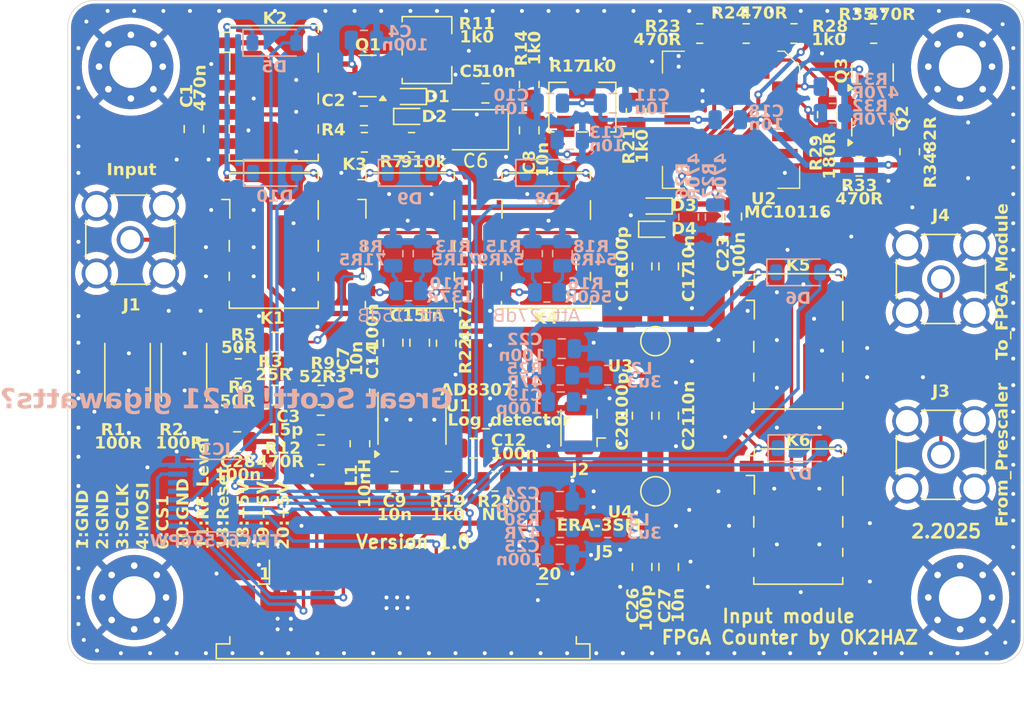
<source format=kicad_pcb>
(kicad_pcb (version 20240108) (generator "pcbnew") (generator_version "8.0")
  (layers (0 "F.Cu" signal) (31 "B.Cu" signal) (34 "B.Paste" user) (35 "F.Paste" user) (36 "B.SilkS" user "B.Silkscreen") (37 "F.SilkS" user "F.Silkscreen") (38 "B.Mask" user) (39 "F.Mask" user) (44 "Edge.Cuts" user))
  (net 0 "")
  (net 1 "Net-(K1B-S)")
  (net 2 "Net-(D1-A)")
  (net 3 "GND")
  (net 4 "+5V")
  (net 5 "Net-(Q1-S)")
  (net 6 "Net-(U1-INP)")
  (net 7 "Net-(R17-E)")
  (net 8 "Net-(U1-INM)")
  (net 9 "Net-(U1-OUT)")
  (net 10 "Net-(R17-A)")
  (net 11 "Net-(U1-ENB)")
  (net 12 "Net-(U3-RF_in)")
  (net 13 "Net-(D3-A)")
  (net 14 "Net-(J2-In)")
  (net 15 "Net-(U3-Out)")
  (net 16 "Net-(U4-Out)")
  (net 17 "Net-(K6B-O)")
  (net 18 "Net-(K5C-O)")
  (net 19 "CS1")
  (net 20 "Net-(D6-A)")
  (net 21 "Net-(D8-A)")
  (net 22 "Net-(D10-A)")
  (net 24 "SCLK")
  (net 25 "Reset")
  (net 26 "MOSI")
  (net 29 "Net-(J1-In)")
  (net 30 "Net-(J3-In)")
  (net 31 "Net-(J4-In)")
  (net 32 "RF_Level")
  (net 33 "Net-(K1B-O)")
  (net 34 "Net-(K3B-P)")
  (net 35 "Net-(K3B-S)")
  (net 36 "Net-(K3B-O)")
  (net 37 "Net-(K3C-P)")
  (net 38 "Net-(K4B-S)")
  (net 39 "Net-(K4B-O)")
  (net 40 "Net-(K6B-S)")
  (net 41 "Net-(L2-Pad1)")
  (net 42 "Net-(L3-Pad1)")
  (net 43 "Net-(Q2-B)")
  (net 44 "Net-(Q2-E)")
  (net 45 "Net-(Q3-B)")
  (net 46 "Net-(Q3-C)")
  (net 47 "Net-(R3-Pad2)")
  (net 48 "Net-(R21-Pad1)")
  (net 49 "Net-(R23-Pad2)")
  (net 50 "Net-(R27-Pad2)")
  (net 53 "Net-(K3C-S)")
  (net 54 "Net-(K4C-S)")
  (net 55 "Net-(R24-Pad2)")
  (net 57 "Net-(K2B-P)")
  (net 62 "Net-(R17-S)")
  (net 68 "Net-(C3-Pad1)")
  (net 69 "Net-(C3-Pad2)")
  (net 70 "Net-(C5-Pad2)")
  (net 71 "Net-(C7-Pad1)")
  (net 72 "Net-(D5-A)")
  (net 73 "Net-(D7-A)")
  (net 74 "Net-(D9-A)")
  (net 75 "Net-(R26-Pad2)")
  (net 76 "Net-(R28-Pad1)")
  (footprint "Resistor_SMD:R_0805_2012Metric" (layer "F.Cu") (at 93.3 108.3875 -90)
    (property "Reference" "R21")
    (property "Value" "1k0")
  )
  (footprint "Diode_SMD:D_SOD-523" (layer "F.Cu") (at 76.25 107.25 180)
    (property "Reference" "D1")
    (property "Value" "BAR64")
  )
  (footprint "Connector_Coaxial:SMA_Amphenol_132134-11_Vertical" (layer "F.Cu") (at 55.21 118.04)
    (property "Reference" "J1")
    (property "Value" "Input")
  )
  (footprint "Capacitor_SMD:C_0805_2012Metric" (layer "F.Cu") (at 60 109.7 90)
    (property "Reference" "C1")
    (property "Value" "470n")
  )
  (footprint "Resistor_SMD:R_0805_2012Metric" (layer "F.Cu") (at 111.1875 102.5)
    (property "Reference" "R35")
    (property "Value" "470R")
  )
  (footprint "Resistor_SMD:R_0805_2012Metric" (layer "F.Cu") (at 110.0875 112.5)
    (property "Reference" "R33")
    (property "Value" "470R")
  )
  (footprint "!Kicad_lib:ERA-3SM Micro-x" (layer "F.Cu") (at 94.75 126.385 -90)
    (property "Reference" "U3")
    (property "Value" "ERA-3SM" (hide yes))
  )
  (footprint "!Kicad_lib:ERA-3SM Micro-x" (layer "F.Cu") (at 94.75 137.6985 -90)
    (property "Reference" "U4")
    (property "Value" "ERA-3SM")
  )
  (footprint "Diode_SMD:D_SOD-523" (layer "F.Cu") (at 94.75 117.25)
    (property "Reference" "D4")
    (property "Value" "BAR64")
  )
  (footprint "Potentiometer_SMD:Potentiometer_Bourns_3224W_Vertical" (layer "F.Cu") (at 77.55 103.75 90)
    (property "Reference" "R11")
    (property "Value" "1k0")
  )
  (footprint "Capacitor_SMD:C_0805_2012Metric" (layer "F.Cu") (at 93.75 120.05 -90)
    (property "Reference" "C16")
    (property "Value" "100p")
  )
  (footprint "Diode_SMD:D_SOD-523" (layer "F.Cu") (at 76.3 108.75)
    (property "Reference" "D2")
    (property "Value" "BAR64")
  )
  (footprint "Capacitor_SMD:C_0805_2012Metric" (layer "F.Cu") (at 81.05 133.75 180)
    (property "Reference" "C12")
    (property "Value" "100n")
  )
  (footprint "Capacitor_SMD:C_0805_2012Metric" (layer "F.Cu") (at 95.75 131.3 -90)
    (property "Reference" "C21")
    (property "Value" "10n")
  )
  (footprint "Resistor_SMD:R_0805_2012Metric" (layer "F.Cu") (at 101.5875 102.5 180)
    (property "Reference" "R24")
    (property "Value" "470R")
  )
  (footprint "Connector_Coaxial:SMA_Amphenol_132134-11_Vertical" (layer "F.Cu") (at 116.25 134.25)
    (property "Reference" "J3")
    (property "Value" "From_Prescaler")
  )
  (footprint "Capacitor_SMD:C_0805_2012Metric" (layer "F.Cu") (at 69.55 132)
    (property "Reference" "C3")
    (property "Value" "15p")
  )
  (footprint "Resistor_SMD:R_0805_2012Metric" (layer "F.Cu") (at 66.0875 125.75)
    (property "Reference" "R5")
    (property "Value" "50R")
  )
  (footprint "Capacitor_SMD:C_0805_2012Metric" (layer "F.Cu") (at 95.75 120.05 -90)
    (property "Reference" "C17")
    (property "Value" "10n")
  )
  (footprint "Resistor_SMD:R_2512_6332Metric" (layer "F.Cu") (at 59.25 128.0375 -90)
    (property "Reference" "R2")
    (property "Value" "100R")
  )
  (footprint "Capacitor_SMD:C_0805_2012Metric" (layer "F.Cu") (at 75 125.8 -90)
    (property "Reference" "C14")
    (property "Value" "100n")
  )
  (footprint "Package_LCC:PLCC-20" (layer "F.Cu") (at 100.4475 109 -90)
    (property "Reference" "U2")
    (property "Value" "MC10116")
  )
  (footprint "Resistor_SMD:R_0805_2012Metric" (layer "F.Cu") (at 66.0875 129.75)
    (property "Reference" "R6")
    (property "Value" "50R")
  )
  (footprint "Package_TO_SOT_SMD:SOT-23" (layer "F.Cu") (at 111.1 105.4375 90)
    (property "Reference" "Q3")
    (property "Value" "MMBT4403" (hide yes))
  )
  (footprint "Capacitor_Tantalum_SMD:CP_EIA-3528-12_Kemet-T" (layer "F.Cu") (at 81.2125 109.75 180)
    (property "Reference" "C6")
    (property "Value" "100u")
  )
  (footprint "Capacitor_SMD:C_0805_2012Metric" (layer "F.Cu") (at 81.95 107)
    (property "Reference" "C5")
    (property "Value" "10n")
  )
  (footprint "Relay_SMD:Relay_DPDT_Omron_G6K-2F-Y" (layer "F.Cu") (at 76.25 118.1)
    (property "Reference" "K3")
    (property "Value" "G6K-2F-Y")
  )
  (footprint "Capacitor_SMD:C_0805_2012Metric" (layer "F.Cu") (at 93.75 131.3 -90)
    (property "Reference" "C20")
    (property "Value" "100p")
  )
  (footprint "Relay_SMD:Relay_DPDT_Omron_G6K-2F-Y" (layer "F.Cu") (at 66 118.1)
    (property "Reference" "K1")
    (property "Value" "G6K-2F-Y")
  )
  (footprint "Resistor_SMD:R_0805_2012Metric" (layer "F.Cu") (at 107.7 108.6125 90)
    (property "Reference" "R29")
    (property "Value" "180R")
  )
  (footprint "Relay_SMD:Relay_DPDT_Omron_G6K-2F-Y" (layer "F.Cu") (at 105.5 125.7)
    (property "Reference" "K5")
    (property "Value" "G6K-2F-Y")
  )
  (footprint "Resistor_SMD:R_0805_2012Metric" (layer "F.Cu") (at 63.3375 127.75)
    (property "Reference" "R3")
    (property "Value" "25R")
  )
  (footprint "Capacitor_SMD:C_0805_2012Metric" (layer "F.Cu") (at 100.5 116.3 90)
    (property "Reference" "C23")
    (property "Value" "100n")
  )
  (footprint "Package_TO_SOT_SMD:SOT-23" (layer "F.Cu") (at 73.0625 105.7 180)
    (property "Reference" "Q1")
    (property "Value" "MMBF5485" (hide yes))
  )
  (footprint "Resistor_SMD:R_0805_2012Metric" (layer "F.Cu") (at 105.1875 102.5)
    (property "Reference" "R28")
    (property "Value" "1k0")
  )
  (footprint "Capacitor_SMD:C_0805_2012Metric" (layer "F.Cu") (at 63.25 133.25 180)
    (property "Reference" "C28")
    (property "Value" "100n")
  )
  (footprint "Connector_Coaxial:SMA_Amphenol_132134-11_Vertical" (layer "F.Cu") (at 116.25 121)
    (property "Reference" "J4")
    (property "Value" "To_FPGA_Module")
  )
  (footprint "Capacitor_SMD:C_0805_2012Metric" (layer "F.Cu") (at 93.75 142.7 -90)
    (property "Reference" "C26")
    (property "Value" "100p")
  )
  (footprint "MountingHole:MountingHole_3.2mm_M3_Pad_Via" (layer "F.Cu") (at 117.7 145)
    (property "Reference" "H4" (hide yes))
    (property "Value" "MH")
  )
  (footprint "Resistor_SMD:R_0805_2012Metric" (layer "F.Cu") (at 79.1625 136.25)
    (property "Reference" "R19")
    (property "Value" "1k0")
  )
  (footprint "Resistor_SMD:R_0805_2012Metric" (layer "F.Cu") (at 76.3875 110.7 180)
    (property "Reference" "R7")
    (property "Value" "910k")
  )
  (footprint "Relay_SMD:Relay_DPDT_Omron_G6K-2F-Y" (layer "F.Cu") (at 66 107)
    (property "Reference" "K2")
    (property "Value" "G6K-2F-Y")
  )
  (footprint "MountingHole:MountingHole_3.2mm_M3_Pad_Via" (layer "F.Cu") (at 55.25 105)
    (property "Reference" "H1" (hide yes))
    (property "Value" "MH")
  )
  (footprint "MountingHole:MountingHole_3.2mm_M3_Pad_Via" (layer "F.Cu") (at 117.7 105)
    (property "Reference" "H3" (hide yes))
    (property "Value" "MH")
  )
  (footprint "Resistor_SMD:R_2512_6332Metric" (layer "F.Cu") (at 55 128.0375 -90)
    (property "Reference" "R1")
    (property "Value" "100R")
  )
  (footprint "Resistor_SMD:R_0805_2012Metric" (layer "F.Cu") (at 69.5875 134.25 180)
    (property "Reference" "R12")
    (property "Value" "470R")
  )
  (footprint "Resistor_SMD:R_0805_2012Metric" (layer "F.Cu") (at 72.5 133.4125 90)
    (property "Reference" "L1")
    (property "Value" "10nH")
  )
  (footprint "Resistor_SMD:R_0805_2012Metric" (layer "F.Cu") (at 82.6625 136.25)
    (property "Reference" "R20")
    (property "Value" "NU")
  )
  (footprint "Resistor_SMD:R_0805_2012Metric" (layer "F.Cu") (at 85.25 106.3375 90)
    (property "Reference" "R14")
    (property "Value" "1k0")
  )
  (footprint "Relay_SMD:Relay_DPDT_Omron_G6K-2F-Y" (layer "F.Cu") (at 105.5 138.9)
    (property "Reference" "K6")
    (property "Value" "G6K-2F-Y")
  )
  (footprint "Capacitor_SMD:C_0805_2012Metric" (layer "F.Cu") (at 72.8 108.7)
    (property "Reference" "C2")
    (property "Value" "22p")
  )
  (footprint "Connector_Coaxial:U.FL_Hirose_U.FL-R-SMT-1_Vertical" (layer "F.Cu") (at 89.475 132.225 180)
    (property "Reference" "J2")
    (property "Value" "TP1")
  )
  (footprint "Connector_FFC-FPC:TE_2-84952-0_1x20-1MP_P1.0mm_Horizontal" (layer "F.Cu") (at 75.75 144.9)
    (property "Reference" "J5")
    (property "Value" "Conn_01x20")
  )
  (footprint "Relay_SMD:Relay_DPDT_Omron_G6K-2F-Y" (layer "F.Cu") (at 86.5 118.1)
    (property "Reference" "K4")
    (property "Value" "G6K-2F-Y")
  )
  (footprint "Capacitor_SMD:C_0805_2012Metric" (layer "F.Cu") (at 95.75 142.7 -90)
    (property "Reference" "C27")
    (property "Value" "10n")
  )
  (footprint "Potentiometer_SMD:Potentiometer_Bourns_3224W_Vertical" (layer "F.Cu") (at 89.25 108.05 180)
    (property "Reference" "R17")
    (property "Value" "1k0")
  )
  (footprint "Capacitor_SMD:C_0805_2012Metric" (layer "F.Cu") (at 72.5 129.55 90)
    (property "Reference" "C7")
    (property "Value" "10n")
  )
  (footprint "Resistor_SMD:R_0805_2012Metric" (layer "F.Cu") (at 72.8375 110.7)
    (property "Reference" "R4")
    (property "Value" "100k")
  )
  (footprint "Package_SO:SO-8_3.9x4.9mm_P1.27mm" (layer "F.Cu") (at 76.42 131.5 90)
    (property "Reference" "U1")
    (property "Value" "AD8307")
  )
  (footprint "Capacitor_SMD:C_0805_2012Metric" (layer "F.Cu") (at 77 125.8 -90)
    (property "Reference" "C15")
    (property "Value" "1n")
  )
  (footprint "Resistor_SMD:R_0805_2012Metric" (layer "F.Cu") (at 79 125.8375 -90)
    (property "Reference" "R22")
    (property "Value" "4R7")
  )
  (footprint "Capacitor_SMD:C_0805_2012Metric" (layer "F.Cu") (at 75.1 136.25 180)
    (property "Reference" "C9")
    (property "Value" "10n")
  )
  (footprint "Resistor_SMD:R_0805_2012Metric" (layer "F.Cu") (at 113.9 111.4125 90)
    (property "Reference" "R34")
    (property "Value" "82R")
  )
  (footprint "Resistor_SMD:R_0805_2012Metric" (layer "F.Cu") (at 98.0875 102.5)
    (property "Reference" "R23")
    (property "Value" "470R")
  )
  (footprint "MountingHole:MountingHole_3.2mm_M3_Pad_Via" (layer "F.Cu") (at 55.5 145)
    (property "Reference" "H2" (hide yes))
    (property "Value" "MH")
  )
  (footprint "Diode_SMD:D_SOD-523" (layer "F.Cu") (at 94.75 115.5 180)
    (property "Reference" "D3")
    (property "Value" "BAR64")
  )
  (footprint "Resistor_SMD:R_0805_2012Metric" (layer "F.Cu") (at 69.5875 129.75)
    (property "Reference" "R9")
    (property "Value" "52R3")
  )
  (footprint "Capacitor_SMD:C_0805_2012Metric" (layer "F.Cu") (at 85.25 109.8 90)
    (property "Reference" "C8")
    (property "Value" "10n")
  )
  (footprint "Package_TO_SOT_SMD:SOT-23" (layer "F.Cu") (at 111.1 109.5625 90)
    (property "Reference" "Q2")
    (property "Value" "MMBT4403" (hide yes))
  )
  (footprint "Diode_SMD:D_SOD-123" (layer "B.Cu") (at 76.25 113)
    (property "Reference" "D9")
    (property "Value" "1N4148W")
  )
  (footprint "Capacitor_SMD:C_0805_2012Metric" (layer "B.Cu") (at 87.55 141.75)
    (property "Reference" "C25")
    (property "Value" "100n")
  )
  (footprint "Capacitor_SMD:C_0805_2012Metric" (layer "B.Cu") (at 91.55 107.75 180)
    (property "Reference" "C11")
    (property "Value" "10u")
  )
  (footprint "Diode_SMD:D_SOD-123" (layer "B.Cu") (at 105.5 120.5)
    (property "Reference" "D6")
    (property "Value" "1N4148W")
  )
  (footprint "Resistor_SMD:R_0805_2012Metric" (layer "B.Cu") (at 76.1625 121.9)
    (property "Reference" "R10")
    (property "Value" "137R")
  )
  (footprint "Resistor_SMD:R_0805_2012Metric" (layer "B.Cu") (at 108.0875 108.5 180)
    (property "Reference" "R32")
    (property "Value" "470R")
  )
  (footprint "Resistor_SMD:R_0805_2012Metric" (layer "B.Cu") (at 87.5875 139.75)
    (property "Reference" "R30")
    (property "Value" "47R")
  )
  (footprint "Capacitor_SMD:C_0805_2012Metric" (layer "B.Cu") (at 87.625 130.25)
    (property "Reference" "C19")
    (property "Value" "100p")
  )
  (footprint "Resistor_SMD:R_0805_2012Metric" (layer "B.Cu") (at 86.5875 122)
    (property "Reference" "R16")
    (property "Value" "560R")
  )
  (footprint "Resistor_SMD:R_0805_2012Metric" (layer "B.Cu") (at 75 119.0875 90)
    (property "Reference" "R8")
    (property "Value" "71R5")
  )
  (footprint "Package_SO:TSSOP-16_4.4x5mm_P0.65mm" (layer "B.Cu") (at 61.6375 137.325 180)
    (property "Reference" "IC1")
    (property "Value" "TPIC6C596PW")
  )
  (footprint "Resistor_SMD:R_0805_2012Metric" (layer "B.Cu") (at 87.5875 128.25)
    (property "Reference" "R25")
    (property "Value" "47R")
  )
  (footprint "Capacitor_SMD:C_0805_2012Metric" (layer "B.Cu") (at 72.8 103 180)
    (property "Reference" "C4")
    (property "Value" "100n")
  )
  (footprint "Capacitor_SMD:C_0805_2012Metric" (layer "B.Cu") (at 88.3 110.5 180)
    (property "Reference" "C13")
    (property "Value" "10n")
  )
  (footprint "Capacitor_SMD:C_0805_2012Metric" (layer "B.Cu") (at 86.8 107.75)
    (property "Reference" "C10")
    (property "Value" "10n")
  )
  (footprint "Capacitor_SMD:C_0805_2012Metric" (layer "B.Cu") (at 100.2 109)
    (property "Reference" "C18")
    (property "Value" "10n")
  )
  (footprint "Resistor_SMD:R_0805_2012Metric" (layer "B.Cu") (at 97.25 116.3375 90)
    (property "Reference" "R26")
    (property "Value" "470R")
  )
  (footprint "Resistor_SMD:R_0805_2012Metric" (layer "B.Cu") (at 91.1625 128.25)
    (property "Reference" "L2")
    (property "Value" "3u3")
  )
  (footprint "Resistor_SMD:R_0805_2012Metric" (layer "B.Cu") (at 99.25 116.3375 90)
    (property "Reference" "R27")
    (property "Value" "470R")
  )
  (footprint "Resistor_SMD:R_0805_2012Metric" (layer "B.Cu") (at 77.25 119.0875 90)
    (property "Reference" "R13")
    (property "Value" "71R5")
  )
  (footprint "Resistor_SMD:R_0805_2012Metric" (layer "B.Cu") (at 85.5 119.0875 90)
    (property "Reference" "R15")
    (property "Value" "54R9")
  )
  (footprint "Diode_SMD:D_SOD-123" (layer "B.Cu") (at 66.05 103.2)
    (property "Reference" "D5")
    (property "Value" "1N4148W")
  )
  (footprint "Resistor_SMD:R_0805_2012Metric" (layer "B.Cu") (at 87.75 119.0875 90)
    (property "Reference" "R18")
    (property "Value" "54R9")
  )
  (footprint "Capacitor_SMD:C_0805_2012Metric" (layer "B.Cu") (at 87.55 137.75)
    (property "Reference" "C24")
    (property "Value" "100p")
  )
  (footprint "Resistor_SMD:R_0805_2012Metric" (layer "B.Cu") (at 91.15 139.75)
    (property "Reference" "L3")
    (property "Value" "3u3")
  )
  (footprint "Diode_SMD:D_SOD-123" (layer "B.Cu") (at 66.1 113)
    (property "Reference" "D10")
    (property "Value" "1N4148W")
  )
  (footprint "Resistor_SMD:R_0805_2012Metric" (layer "B.Cu") (at 108.0875 106.5 180)
    (property "Reference" "R31")
    (property "Value" "470R")
  )
  (footprint "Diode_SMD:D_SOD-123" (layer "B.Cu") (at 105.6 133.75)
    (property "Reference" "D7")
    (property "Value" "1N4148W")
  )
  (footprint "Capacitor_SMD:C_0805_2012Metric" (layer "B.Cu") (at 87.7 126.25)
    (property "Reference" "C22")
    (property "Value" "100n")
  )
  (footprint "Diode_SMD:D_SOD-123" (layer "B.Cu") (at 86.6 113)
    (property "Reference" "D8")
    (property "Value" "1N4148W")
  )
  (gr_line (start 50.5 148) (end 50.5 102) (stroke (width 0.05)) (layer "Edge.Cuts"))
  (gr_line (start 120.5 150) (end 52.5 150) (stroke (width 0.05)) (layer "Edge.Cuts"))
  (gr_arc (start 52.5 150) (mid 51.085786 149.414214) (end 50.5 148) (stroke (width 0.05)) (layer "Edge.Cuts"))
  (gr_arc (start 120.5 100) (mid 121.914214 100.585786) (end 122.5 102) (stroke (width 0.05)) (layer "Edge.Cuts"))
  (gr_line (start 122.5 102) (end 122.5 148) (stroke (width 0.05)) (layer "Edge.Cuts"))
  (gr_line (start 52.5 100) (end 120.5 100) (stroke (width 0.05)) (layer "Edge.Cuts"))
  (gr_arc (start 50.5 102) (mid 51.085786 100.585786) (end 52.5 100) (stroke (width 0.05)) (layer "Edge.Cuts"))
  (gr_arc (start 122.5 148) (mid 121.914214 149.414214) (end 120.5 150) (stroke (width 0.05)) (layer "Edge.Cuts"))
  (gr_text "Great Scott! 1.21 gigawatts?" (at 79.5 131 0) (layer "B.SilkS") (effects (font (size 1.5 1.5) (thickness 0.3) (bold yes)) (justify left bottom mirror)))
  (gr_text "Att -27dB" (at 89.1 124.4 0) (layer "B.SilkS") (effects (font (size 1 1)) (justify left bottom mirror)))
  (gr_text "Att -15dB" (at 78.9 124.4 0) (layer "B.SilkS") (effects (font (size 1 1)) (justify left bottom mirror)))
  (gr_text "Version 1.0" (at 72.1 141.4 0) (layer "F.SilkS") (effects (font (size 1 1) (thickness 0.2) (bold yes)) (justify left bottom)))
  (gr_text "Log_detector" (at 79.1 132.2 0) (layer "F.SilkS") (effects (font (size 0.9 0.9) (thickness 0.15) (bold yes)) (justify left bottom)))
  (gr_text "2.2025" (at 113.9 140.6 0) (layer "F.SilkS") (effects (font (size 1 1) (thickness 0.2) (bold yes)) (justify left bottom)))
  (gr_text "1" (at 64.9 143.8 0) (layer "F.SilkS") (effects (font (size 0.9 0.9) (thickness 0.15) (bold yes)) (justify left bottom)))
  (gr_text "1:GND\n2:GND\n3:SCLK\n4:MOSI\n6:CS1\n10:GND\n11:RF_Level\n13:Reset\n18:+5V\n19:+5V\n20:+5V" (at 67.3 141.4 90) (layer "F.SilkS") (effects (font (size 0.9 0.9) (thickness 0.15) (bold yes)) (justify left bottom)))
  (gr_text "      Input module\nFPGA Counter by OK2HAZ" (at 95.1 148.6 0) (layer "F.SilkS") (effects (font (size 1 1) (thickness 0.2) (bold yes)) (justify left bottom)))
  (gr_text "20" (at 85.9 143.8 0) (layer "F.SilkS") (effects (font (size 0.9 0.9) (thickness 0.15) (bold yes)) (justify left bottom)))
  (segment (start 60.35 121.9) (end 59.25 123) (width 0.3) (layer "F.Cu") (net 1))
  (segment (start 59.25 123) (end 59.25 125.075) (width 0.3) (layer "F.Cu") (net 1))
  (segment (start 59.25 125.075) (end 61.825 125.075) (width 0.3) (layer "F.Cu") (net 1))
  (segment (start 59.25 125.075) (end 55 125.075) (width 0.3) (layer "F.Cu") (net 1))
  (segment (start 62.5 121.9) (end 60.35 121.9) (width 0.3) (layer "F.Cu") (net 1))
  (segment (start 61.825 125.075) (end 62.425 125.675) (width 0.3) (layer "F.Cu") (net 1))
  (segment (start 62.425 125.675) (end 62.425 127.75) (width 0.3) (layer "F.Cu") (net 1))
  (segment (start 75.45 106.65) (end 74 106.65) (width 0.3) (layer "F.Cu") (net 2))
  (segment (start 75.6 108.75) (end 75.6 110.575) (width 0.3) (layer "F.Cu") (net 2))
  (segment (start 75.6 110.575) (end 75.475 110.7) (width 0.3) (layer "F.Cu") (net 2))
  (segment (start 75.55 106.75) (end 75.45 106.65) (width 0.3) (layer "F.Cu") (net 2))
  (segment (start 75.55 107.25) (end 75.55 108.7) (width 0.3) (layer "F.Cu") (net 2))
  (segment (start 73.75 110.7) (end 75.475 110.7) (width 0.3) (layer "F.Cu") (net 2))
  (segment (start 75.55 107.25) (end 75.55 106.75) (width 0.3) (layer "F.Cu") (net 2))
  (segment (start 75.55 108.7) (end 75.6 108.75) (width 0.3) (layer "F.Cu") (net 2))
  (segment (start 73.75 108.7) (end 73.75 110.7) (width 0.3) (layer "F.Cu") (net 2))
  (segment (start 88.5 130.75) (end 89 130.75) (width 0.25) (layer "F.Cu") (net 3))
  (segment (start 75.785 135.085) (end 76.05 135.35) (width 0.25) (layer "F.Cu") (net 3))
  (segment (start 76.05 135.35) (end 76.05 136.25) (width 0.25) (layer "F.Cu") (net 3))
  (segment (start 75.785 134.075) (end 75.785 135.085) (width 0.25) (layer "F.Cu") (net 3))
  (via (at 113.3 149.2) (size 0.6) (drill 0.3) (layers "F.Cu" "B.Cu") (net 3))
  (via (at 114.1 115.6) (size 0.6) (drill 0.3) (layers "F.Cu" "B.Cu") (net 3))
  (via (at 78.1 107.2) (size 0.6) (drill 0.3) (layers "F.Cu" "B.Cu") (net 3))
  (via (at 60.5 135.4) (size 0.6) (drill 0.3) (layers "F.Cu" "B.Cu") (net 3))
  (via (at 52.7 149) (size 0.6) (drill 0.3) (layers "F.Cu" "B.Cu") (net 3))
  (via (at 74.5 131.6) (size 0.6) (drill 0.3) (layers "F.Cu" "B.Cu") (net 3))
  (via (at 110.9 139.4) (size 0.6) (drill 0.3) (layers "F.Cu" "B.Cu") (net 3))
  (via (at 111.3 149.2) (size 0.6) (drill 0.3) (layers "F.Cu" "B.Cu") (net 3))
  (via (at 121.7 103.6) (size 0.6) (drill 0.3) (layers "F.Cu" "B.Cu") (net 3))
  (via (at 82.3 130) (size 0.6) (drill 0.3) (layers "F.Cu" "B.Cu") (net 3))
  (via (at 115.5 149.2) (size 0.6) (drill 0.3) (layers "F.Cu" "B.Cu") (net 3))
  (via (at 121.7 106.6) (size 0.6) (drill 0.3) (layers "F.Cu" "B.Cu") (net 3))
  (via (at 59.3 132.6) (size 0.6) (drill 0.3) (layers "F.Cu" "B.Cu") (net 3))
  (via (at 66.1 100.8) (size 0.6) (drill 0.3) (layers "F.Cu" "B.Cu") (net 3))
  (via (at 90.1 137) (size 0.6) (drill 0.3) (layers "F.Cu" "B.Cu") (net 3))
  (via (at 97.4 142.3) (size 0.6) (drill 0.3) (layers "F.Cu" "B.Cu") (net 3))
  (via (at 51.3 145) (size 0.6) (drill 0.3) (layers "F.Cu" "B.Cu") (net 3))
  (via (at 99.5 125.6) (size 0.6) (drill 0.3) (layers "F.Cu" "B.Cu") (net 3))
  (via (at 51.3 106.6) (size 0.6) (drill 0.3) (layers "F.Cu" "B.Cu") (net 3))
  (via (at 61.9 139.4) (size 0.6) (drill 0.3) (layers "F.Cu" "B.Cu") (net 3))
  (via (at 72.7 135.8) (size 0.6) (drill 0.3) (layers "F.Cu" "B.Cu") (net 3))
  (via (at 63.5 129.2) (size 0.6) (drill 0.3) (layers "F.Cu" "B.Cu") (net 3))
  (via (at 76.1 145) (size 0.6) (drill 0.3) (layers "F.Cu" "B.Cu") (net 3))
  (via (at 117.5 149.2) (size 0.6) (drill 0.3) (layers "F.Cu" "B.Cu") (net 3))
  (via (at 51.3 103.6) (size 0.6) (drill 0.3) (layers "F.Cu" "B.Cu") (net 3))
  (via (at 67.5 116.8) (size 0.6) (drill 0.3) (layers "F.Cu" "B.Cu") (net 3))
  (via (at 99.5 137) (size 0.6) (drill 0.3) (layers "F.Cu" "B.Cu") (net 3))
  (via (at 75.3 145) (size 0.6) (drill 0.3) (layers "F.Cu" "B.Cu") (net 3))
  (via (at 121.7 139.2) (size 0.6) (drill 0.3) (layers "F.Cu" "B.Cu") (net 3))
  (via (at 59.3 129.4) (size 0.6) (drill 0.3) (layers "F.Cu" "B.Cu") (net 3))
  (via (at 86.7 116.6) (size 0.6) (drill 0.3) (layers "F.Cu" "B.Cu") (net 3))
  (via (at 115.3 111.4) (size 0.6) (drill 0.3) (layers "F.Cu" "B.Cu") (net 3))
  (via (at 64.9 123.8) (size 0.6) (drill 0.3) (layers "F.Cu" "B.Cu") (net 3))
  (via (at 102.1 131) (size 0.6) (drill 0.3) (layers "F.Cu" "B.Cu") (net 3))
  (via (at 68.1 139.6) (size 0.6) (drill 0.3) (layers "F.Cu" "B.Cu") (net 3))
  (via (at 118.3 113.4) (size 0.6) (drill 0.3) (layers "F.Cu" "B.Cu") (net 3))
  (via (at 105.7 100.8) (size 0.6) (drill 0.3) (layers "F.Cu" "B.Cu") (net 3))
  (via (at 95.1 100.8) (size 0.6) (drill 0.3) (layers "F.Cu" "B.Cu") (net 3))
  (via (at 78.7 111.8) (size 0.6) (drill 0.3) (layers "F.Cu" "B.Cu") (net 3))
  (via (at 98.3 106.8) (size 0.6) (drill 0.3) (layers "F.Cu" "B.Cu") (net 3))
  (via (at 71.3 149.2) (size 0.6) (drill 0.3) (layers "F.Cu" "B.Cu") (net 3))
  (via (at 121.7 122.8) (size 0.6) (drill 0.3) (layers "F.Cu" "B.Cu") (net 3))
  (via (at 67.3 147.4) (size 0.6) (drill 0.3) (layers "F.Cu" "B.Cu") (net 3))
  (via (at 88.9 100.8) (size 0.6) (drill 0.3) (layers "F.Cu" "B.Cu") (net 3))
  (via (at 55.1 126.6) (size 0.6) (drill 0.3) (layers "F.Cu" "B.Cu") (net 3))
  (via (at 51.3 136.6) (size 0.6) (drill 0.3) (layers "F.Cu" "B.Cu") (net 3))
  (via (at 83.9 149.2) (size 0.6) (drill 0.3) (layers "F.Cu" "B.Cu") (net 3))
  (via (at 61.3 115.8) (size 0.6) (drill 0.3) (layers "F.Cu" "B.Cu") (net 3))
  (via (at 76.3 100.8) (size 0.6) (drill 0.3) (layers "F.Cu" "B.Cu") (net 3))
  (via (at 58.1 123.4) (size 0.6) (drill 0.3) (layers "F.Cu" "B.Cu") (net 3))
  (via (at 109.9 100.8) (size 0.6) (drill 0.3) (layers "F.Cu" "B.Cu") (net 3))
  (via (at 72.1 107) (size 0.6) (drill 0.3) (layers "F.Cu" "B.Cu") (net 3))
  (via (at 76.3 131.6) (size 0.6) (drill 0.3) (layers "F.Cu" "B.Cu") (net 3))
  (via (at 68.9 135.8) (size 0.6) (drill 0.3) (layers "F.Cu" "B.Cu") (net 3))
  (via (at 67.7 111.4) (size 0.6) (drill 0.3) (layers "F.Cu" "B.Cu") (net 3))
  (via (at 61.9 100.8) (size 0.6) (drill 0.3) (layers "F.Cu" "B.Cu") (net 3))
  (via (at 107.1 132.2) (size 0.6) (drill 0.3) (layers "F.Cu" "B.Cu") (net 3))
  (via (at 94.5 149.2) (size 0.6) (drill 0.3) (layers "F.Cu" "B.Cu") (net 3))
  (via (at 80.5 100.8) (size 0.6) (drill 0.3) (layers "F.Cu" "B.Cu") (net 3))
  (via (at 66.3 141) (size 0.6) (drill 0.3) (layers "F.Cu" "B.Cu") (net 3))
  (via (at 75.3 145.8) (size 0.6) (drill 0.3) (layers "F.Cu" "B.Cu") (net 3))
  (via (at 110.7 128.4) (size 0.6) (drill 0.3) (layers "F.Cu" "B.Cu") (net 3))
  (via (at 79.7 105.6) (size 0.6) (drill 0.3) (layers "F.Cu" "B.Cu") (net 3))
  (via (at 100.3 139.6) (size 0.6) (drill 0.3) (layers "F.Cu" "B.Cu") (net 3))
  (via (at 96.5 105) (size 0.6) (drill 0.3) (layers "F.Cu" "B.Cu") (net 3))
  (via (at 60.9 120.8) (size 0.6) (drill 0.3) (layers "F.Cu" "B.Cu") (net 3))
  (via (at 106.5 110.6) (size 0.6) (drill 0.3) (layers "F.Cu" "B.Cu") (net 3))
  (via (at 78.1 108.8) (size 0.6) (drill 0.3) (layers "F.Cu" "B.Cu") (net 3))
  (via (at 99.3 100.8) (size 0.6) (drill 0.3) (layers "F.Cu" "B.Cu") (net 3))
  (via (at 64.892058 142.537237) (size 0.6) (drill 0.3) (layers "F.Cu" "B.Cu") (net 3))
  (via (at 113.1 109.2) (size 0.6) (drill 0.3) (layers "F.Cu" "B.Cu") (net 3))
  (via (at 109.5 117.8) (size 0.6) (drill 0.3) (layers "F.Cu" "B.Cu") (net 3))
  (via (at 97.3 138.4) (size 0.6) (drill 0.3) (layers "F.Cu" "B.Cu") (net 3))
  (via (at 110.9 143.8) (size 0.6) (drill 0.3) (layers "F.Cu" "B.Cu") (net 3))
  (via (at 92.1 120.6) (size 0.6) (drill 0.3) (layers "F.Cu" "B.Cu") (net 3))
  (via (at 121.7 118.8) (size 0.6) (drill 0.3) (layers "F.Cu" "B.Cu") (net 3))
  (via (at 107.5 116.2) (size 0.6) (drill 0.3) (layers "F.Cu" "B.Cu") (net 3))
  (via (at 52.5 131) (size 0.6) (drill 0.3) (layers "F.Cu" "B.Cu") (net 3))
  (via (at 103.9 122) (size 0.6) (drill 0.3) (layers "F.Cu" "B.Cu") (net 3))
  (via (at 90.9 104.4) (size 0.6) (drill 0.3) (layers "F.Cu" "B.Cu") (net 3))
  (via (at 60.5 123.4) (size 0.6) (drill 0.3) (layers "F.Cu" "B.Cu") (net 3))
  (via (at 51.3 147) (size 0.6) (drill 0.3) (layers "F.Cu" "B.Cu") (net 3))
  (via (at 58.7 112) (size 0.6) (drill 0.3) (layers "F.Cu" "B.Cu") (net 3))
  (via (at 76.1 145.8) (size 0.6) (drill 0.3) (layers "F.Cu" "B.Cu") (net 3))
  (via (at 67.5 121.8) (size 0.6) (drill 0.3) (layers "F.Cu" "B.Cu") (net 3))
  (via (at 107.3 104) (size 0.6) (drill 0.3) (layers "F.Cu" "B.Cu") (net 3))
  (via (at 77.9 114.6) (size 0.6) (drill 0.3) (layers "F.Cu" "B.Cu") (net 3))
  (via (at 66.3 147.4) (size 0.6) (drill 0.3) (layers "F.Cu" "B.Cu") (net 3))
  (via (at 105.7 144.6) (size 0.6) (drill 0.3) (layers "F.Cu" "B.Cu") (net 3))
  (via (at 107.1 141) (size 0.6) (drill 0.3) (layers "F.Cu" "B.Cu") (net 3))
  (via (at 51.7 148.2) (size 0.6) (drill 0.3) (layers "F.Cu" "B.Cu") (net 3))
  (via (at 51.3 118.2) (size 0.6) (drill 0.3) (layers "F.Cu" "B.Cu") (net 3))
  (via (at 86.7 131.8) (size 0.6) (drill 0.3) (layers "F.Cu" "B.Cu") (net 3))
  (via (at 97.5 123.2) (size 0.6) (drill 0.3) (layers "F.Cu" "B.Cu") (net 3))
  (via (at 83.1 105.2) (size 0.6) (drill 0.3) (layers "F.Cu" "B.Cu") (net 3))
  (via (at 53.5 100.8) (size 0.6) (drill 0.3) (layers "F.Cu" "B.Cu") (net 3))
  (via (at 107.1 149.2) (size 0.6) (drill 0.3) (layers "F.Cu" "B.Cu") (net 3))
  (via (at 92.1 144.2) (size 0.6) (drill 0.3) (layers "F.Cu" "B.Cu") (net 3))
  (via (at 108.9 102.6) (size 0.6) (drill 0.3) (layers "F.Cu" "B.Cu") (net 3))
  (via (at 73.3 124.8) (size 0.6) (drill 0.3) (layers "F.Cu" "B.Cu") (net 3))
  (via (at 92.1 141.4) (size 0.6) (drill 0.3) (layers "F.Cu" "B.Cu") (net 3))
  (via (at 109.1 149.2) (size 0.6) (drill 0.3) (layers "F.Cu" "B.Cu") (net 3))
  (via (at 51.3 128) (size 0.6) (drill 0.3) (layers "F.Cu" "B.Cu") (net 3))
  (via (at 82.3 132) (size 0.6) (drill 0.3) (layers "F.Cu" "B.Cu") (net 3))
  (via (at 86.9 104.4) (size 0.6) (drill 0.3) (layers "F.Cu" "B.Cu") (net 3))
  (via (at 112.3 113.6) (size 0.6) (drill 0.3) (layers "F.Cu" "B.Cu") (net 3))
  (via (at 55.1 129.4) (size 0.6) (drill 0.3) (layers "F.Cu" "B.Cu") (net 3))
  (via (at 96.3 128.8) (size 0.6) (drill 0.3) (layers "F.Cu" "B.Cu") (net 3))
  (via (at 90.1 125.8) (size 0.6) (drill 0.3) (layers "F.Cu" "B.Cu") (net 3))
  (via (at 101.7 123.4) (size 0.6) (drill 0.3) (layers "F.Cu" "B.Cu") (net 3))
  (via (at 121.7 108.6) (size 0.6) (drill 0.3) (layers "F.Cu" "B.Cu") (net 3))
  (via (at 121.7 146.8) (size 0.6) (drill 0.3) (layers "F.Cu" "B.Cu") (net 3))
  (via (at 98.7 144.2) (size 0.6) (drill 0.3) (layers "F.Cu" "B.Cu") (net 3))
  (via (at 73.3 127.2) (size 0.6) (drill 0.3) (layers "F.Cu" "B.Cu") (net 3))
  (via (at 107.7 100.8) (size 0.6) (drill 0.3) (layers "F.Cu" "B.Cu") (net 3))
  (via (at 86.7 100.8) (size 0.6) (drill 0.3) (layers "F.Cu" "B.Cu") (net 3))
  (via (at 93.1 100.8) (size 0.6) (drill 0.3) (layers "F.Cu" "B.Cu") (net 3))
  (via (at 51.3 138.6) (size 0.6) (drill 0.3) (layers "F.Cu" "B.Cu") (net 3))
  (via (at 70.5 128.2) (size 0.6) (drill 0.3) (layers "F.Cu" "B.Cu") (net 3))
  (via (at 84.1 128.8) (size 0.6) (drill 0.3) (layers "F.Cu" "B.Cu") (net 3))
  (via (at 96.5 149.2) (size 0.6) (drill 0.3) (layers "F.Cu" "B.Cu") (net 3))
  (via (at 90.3 149.2) (size 0.6) (drill 0.3) (layers "F.Cu" "B.Cu") (net 3))
  (via (at 86.9 113) (size 0.6) (drill 0.3) (layers "F.Cu" "B.Cu") (net 3))
  (via (at 93.3 138.6) (size 0.6) (drill 0.3) (layers "F.Cu" "B.Cu") (net 3))
  (via (at 64.1 109.8) (size 0.6) (drill 0.3) (layers "F.Cu" "B.Cu") (net 3))
  (via (at 96.3 133.6) (size 0.6) (drill 0.3) (layers "F.Cu" "B.Cu") (net 3))
  (via (at 51.3 130) (size 0.6) (drill 0.3) (layers "F.Cu" "B.Cu") (net 3))
  (via (at 82.3 123.4) (size 0.6) (drill 0.3) (layers "F.Cu" "B.Cu") (net 3))
  (via (at 61.7 131) (size 0.6) (drill 0.3) (layers "F.Cu" "B.Cu") (net 3))
  (via (at 103.7 136.8) (size 0.6) (drill 0.3) (layers "F.Cu" "B.Cu") (net 3))
  (via (at 121.7 114.6) (size 0.6) (drill 0.3) (layers "F.Cu" "B.Cu") (net 3))
  (via (at 103.9 141) (size 0.6) (drill 0.3) (layers "F.Cu" "B.Cu") (net 3))
  (via (at 103.9 132.2) (size 0.6) (drill 0.3) (layers "F.Cu" "B.Cu") (net 3))
  (via (at 89.9 141.8) (size 0.6) (drill 0.3) (layers "F.Cu" "B.Cu") (net 3))
  (via (at 64.5 118.6) (size 0.6) (drill 0.3) (layers "F.Cu" "B.Cu") (net 3))
  (via (at 119.7 149.2) (size 0.6) (drill 0.3) (layers "F.Cu" "B.Cu") (net 3))
  (via (at 78.3 100.8) (size 0.6) (drill 0.3) (layers "F.Cu" "B.Cu") (net 3))
  (via (at 106.7 124) (size 0.6) (drill 0.3) (layers "F.Cu" "B.Cu") (net 3))
  (via (at 97.3 118.6) (size 0.6) (drill 0.3) (layers "F.Cu" "B.Cu") (net 3))
  (via (at 57.7 100.8) (size 0.6) (drill 0.3) (layers "F.Cu" "B.Cu") (net 3))
  (via (at 64.5 107.4) (size 0.6) (drill 0.3) (layers "F.Cu" "B.Cu") (net 3))
  (via (at 83.5 133.8) (size 0.6) (drill 0.3) (layers "F.Cu" "B.Cu") (net 3))
  (via (at 121.7 141.2) (size 0.6) (drill 0.3) (layers "F.Cu" "B.Cu") (net 3))
  (via (at 103.9 125.6) (size 0.6) (drill 0.3) (layers "F.Cu" "B.Cu") (net 3))
  (via (at 79.7 123.4) (size 0.6) (drill 0.3) (layers "F.Cu" "B.Cu") (net 3))
  (via (at 102.9 149.2) (size 0.6) (drill 0.3) (layers "F.Cu" "B.Cu") (net 3))
  (via (at 51.3 125.8) (size 0.6) (drill 0.3) (layers "F.Cu" "B.Cu") (net 3))
  (via (at 91.9 118) (size 0.6) (drill 0.3) (layers "F.Cu" "B.Cu") (net 3))
  (via (at 77.7 149.2) (size 0.6) (drill 0.3) (layers "F.Cu" "B.Cu") (net 3))
  (via (at 56.7 149.2) (size 0.6) (drill 0.3) (layers "F.Cu" "B.Cu") (net 3))
  (via (at 114.1 100.8) (size 0.6) (drill 0.3) (layers "F.Cu" "B.Cu") (net 3))
  (via (at 60.7 107.2) (size 0.6) (drill 0.3) (layers "F.Cu" "B.Cu") (net 3))
  (via (at 64.5 140.8) (size 0.6) (drill 0.3) (layers "F.Cu" "B.Cu") (net 3))
  (via (at 79.7 128.2) (size 0.6) (drill 0.3) (layers "F.Cu" "B.Cu") (net 3))
  (via (at 120.9 101.8) (size 0.6) (drill 0.3) (layers "F.Cu" "B.Cu") (net 3))
  (via (at 69.9 100.8) (size 0.6) (drill 0.3) (layers "F.Cu" "B.Cu") (net 3))
  (via (at 110.7 126.2) (size 0.6) (drill 0.3) (layers "F.Cu" "B.Cu") (net 3))
  (via (at 67.3 146.6) (size 0.6) (drill 0.3) (layers "F.Cu" "B.Cu") (net 3))
  (via (at 114.9 128.4) (size 0.6) (drill 0.3) (layers "F.Cu" "B.Cu") (net 3))
  (via (at 97.3 100.8) (size 0.6) (drill 0.3) (layers "F.Cu" "B.Cu") (net 3))
  (via (at 71.1 113) (size 0.6) (drill 0.3) (layers "F.Cu" "B.Cu") (net 3))
  (via (at 67.7 106) (size 0.6) (drill 0.3) (layers "F.Cu" "B.Cu") (net 3))
  (via (at 94.5 104.6) (size 0.6) (drill 0.3) (layers "F.Cu" "B.Cu") (net 3))
  (via (at 51.3 132.2) (size 0.6) (drill 0.3) (layers "F.Cu" "B.Cu") (net 3))
  (via (at 121.7 110.6) (size 0.6) (drill 0.3) (layers "F.Cu" "B.Cu") (net 3))
  (via (at 51.3 142.8) (size 0.6) (drill 0.3) (layers "F.Cu" "B.Cu") (net 3))
  (via (at 51.3 140.8) (size 0.6) (drill 0.3) (layers "F.Cu" "B.Cu") (net 3))
  (via (at 100.7 149.2) (size 0.6) (drill 0.3) (layers "F.Cu" "B.Cu") (net 3))
  (via (at 74.5 145.8) (size 0.6) (drill 0.3) (layers "F.Cu" "B.Cu") (net 3))
  (via (at 60.9 149.2) (size 0.6) (drill 0.3) (layers "F.Cu" "B.Cu") (net 3))
  (via (at 51.3 134.4) (size 0.6) (drill 0.3) (layers "F.Cu" "B.Cu") (net 3))
  (via (at 103.5 100.8) (size 0.6) (drill 0.3) (layers "F.Cu" "B.Cu") (net 3))
  (via (at 121.7 112.6) (size 0.6) (drill 0.3) (layers "F.Cu" "B.Cu") (net 3))
  (via (at 104.5 113) (size 0.6) (drill 0.3) (layers "F.Cu" "B.Cu") (net 3))
  (via (at 121.7 133) (size 0.6) (drill 0.3) (layers "F.Cu" "B.Cu") (net 3))
  (via (at 51.9 101.6) (size 0.6) (drill 0.3) (layers "F.Cu" "B.Cu") (net 3))
  (via (at 51.3 113) (size 0.6) (drill 0.3) (layers "F.Cu" "B.Cu") (net 3))
  (via (at 82.5 100.8) (size 0.6) (drill 0.3) (layers "F.Cu" "B.Cu") (net 3))
  (via (at 104.9 149.2) (size 0.6) (drill 0.3) (layers "F.Cu" "B.Cu") (net 3))
  (via (at 72.1 100.8) (size 0.6) (drill 0.3) (layers "F.Cu" "B.Cu") (net 3))
  (via (at 64.5 120.8) (size 0.6) (drill 0.3) (layers "F.Cu" "B.Cu") (net 3))
  (via (at 64.5 115.8) (size 0.6) (drill 0.3) (layers "F.Cu" "B.Cu") (net 3))
  (via (at 121.7 120.8) (size 0.6) (drill 0.3) (layers "F.Cu" "B.Cu") (net 3))
  (via (at 61.3 104.8) (size 0.6) (drill 0.3) (layers "F.Cu" "B.Cu") (net 3))
  (via (at 121.1 148.4) (size 0.6) (drill 0.3) (layers "F.Cu" "B.Cu") (net 3))
  (via (at 56.5 135.2) (size 0.6) (drill 0.3) (layers "F.Cu" "B.Cu") (net 3))
  (via (at 95.9 102.6) (size 0.6) (drill 0.3) (layers "F.Cu" "B.Cu") (net 3))
  (via (at 66.3 146.6) (size 0.6) (drill 0.3) (layers "F.Cu" "B.Cu") (net 3))
  (via (at 118.3 109.2) (size 0.6) (drill 0.3) (layers "F.Cu" "B.Cu") (net 3))
  (via (at 55.5 100.8) (size 0.6) (drill 0.3) (layers "F.Cu" "B.Cu") (net 3))
  (via (at 59.7 100.8) (size 0.6) (drill 0.3) (layers "F.Cu" "B.Cu") (net 3))
  (via (at 92.1 123.2) (size 0.6) (drill 0.3) (layers "F.Cu" "B.Cu") (net 3))
  (via (at 69.3 124.6) (size 0.6) (drill 0.3) (layers "F.Cu" "B.Cu") (net 3))
  (via (at 81.3 108.6) (size 0.6) (drill 0.3) (layers "F.Cu" "B.Cu") (net 3))
  (via (at 84.5 141.1) (size 0.6) (drill 0.3) (layers "F.Cu" "B.Cu") (net 3))
  (via (at 58.7 134) (size 0.6) (drill 0.3) (layers "F.Cu" "B.Cu") (net 3))
  (via (at 83.5 111.8) (size 0.6) (drill 0.3) (layers "F.Cu" "B.Cu") (net 3))
  (via (at 74.5 145) (size 0.6) (drill 0.3) (layers "F.Cu" "B.Cu") (net 3))
  (via (at 51.3 111) (size 0.6) (drill 0.3) (layers "F.Cu" "B.Cu") (net 3))
  (via (at 100 132.9) (size 0.6) (drill 0.3) (layers "F.Cu" "B.Cu") (net 3))
  (via (at 84.7 100.8) (size 0.6) (drill 0.3) (layers "F.Cu" "B.Cu") (net 3))
  (via (at 74.7 114.6) (size 0.6) (drill 0.3) (layers "F.Cu" "B.Cu") (net 3))
  (via (at 109.1 114.2) (size 0.6) (drill 0.3) (layers "F.Cu" "B.Cu") (net 3))
  (via (at 98.3 107.6) (size 0.6) (drill 0.3) (layers "F.Cu" "B.Cu") (net 3))
  (via (at 121.7 131) (size 0.6) (drill 0.3) (layers "F.Cu" "B.Cu") (net 3))
  (via (at 81.9 149.2) (size 0.6) (drill 0.3) (layers "F.Cu" "B.Cu") (net 3))
  (via (at 82.3 126) (size 0.6) (drill 0.3) (layers "F.Cu" "B.Cu") (net 3))
  (via (at 80.7 103.8) (size 0.6) (drill 0.3) (layers "F.Cu" "B.Cu") (net 3))
  (via (at 86.1 149.2) (size 0.6) (drill 0.3) (layers "F.Cu" "B.Cu") (net 3))
  (via (at 67.1 149.2) (size 0.6) (drill 0.3) (layers "F.Cu" "B.Cu") (net 3))
  (via (at 51.3 108.8) (size 0.6) (drill 0.3) (layers "F.Cu" "B.Cu") (net 3))
  (via (at 74.1 100.8) (size 0.6) (drill 0.3) (layers "F.Cu" "B.Cu") (net 3))
  (via (at 105.9 121.4) (size 0.6) (drill 0.3) (layers "F.Cu" "B.Cu") (net 3))
  (via (at 59.3 126.6) (size 0.6) (drill 0.3) (layers "F.Cu" "B.Cu") (net 3))
  (via (at 121.7 129) (size 0.6) (drill 0.3) (layers "F.Cu" "B.Cu") (net 3))
  (via (at 79.7 149.2) (size 0.6) (drill 0.3) (layers "F.Cu" "B.Cu") (net 3))
  (via (at 67.3 127.8) (size 0.6) (drill 0.3) (layers "F.Cu" "B.Cu") (net 3))
  (via (at 121.7 124.8) (size 0.6) (drill 0.3) (layers "F.Cu" "B.Cu") (net 3))
  (via (at 61.1 112) (size 0.6) (drill 0.3) (layers "F.Cu" "B.Cu") (net 3))
  (via (at 107.1 136.8) (size 0.6) (drill 0.3) (layers "F.Cu" "B.Cu") (net 3))
  (via (at 91.3 130) (size 0.6) (drill 0.3) (layers "F.Cu" "B.Cu") (net 3))
  (via (at 121.7 135) (size 0.6) (drill 0.3) (layers "F.Cu" "B.Cu") (net 3))
  (via (at 92.9 116.2) (size 0.6) (drill 0.3) (layers "F.Cu" "B.Cu") (net 3))
  (via (at 90.1 138.2) (size 0.6) (drill 0.3) (layers "F.Cu" "B.Cu") (net 3))
  (via (at 121.7 116.8) (size 0.6) (drill 0.3) (layers "F.Cu" "B.Cu") (net 3))
  (via (at 60.9 118.6) (size 0.6) (drill 0.3) (layers "F.Cu" "B.Cu") (net 3))
  (via (at 85.9 145.2) (size 0.6) (drill 0.3) (layers "F.Cu" "B.Cu") (net 3))
  (via (at 86.7 133.6) (size 0.6) (drill 0.3) (layers "F.Cu" "B.Cu") (net 3))
  (via (at 88.5 136.2) (size 0.6) (drill 0.3) (layers "F.Cu" "B.Cu") (net 3))
  (via (at 121.7 127) (size 0.6) (drill 0.3) (layers "F.Cu" "B.Cu") (net 3))
  (via (at 73.5 149.2) (size 0.6) (drill 0.3) (layers "F.Cu" "B.Cu") (net 3))
  (via (at 118.3 100.8) (size 0.6) (drill 0.3) (layers "F.Cu" "B.Cu") (net 3))
  (via (at 88.1 149.2) (size 0.6) (drill 0.3) (layers "F.Cu" "B.Cu") (net 3))
  (via (at 116.1 100.8) (size 0.6) (drill 0.3) (layers "F.Cu" "B.Cu") (net 3))
  (via (at 63.5 126.2) (size 0.6) (drill 0.3) (layers "F.Cu" "B.Cu") (net 3))
  (via (at 92.3 131.2) (size 0.6) (drill 0.3) (layers "F.Cu" "B.Cu") (net 3))
  (via (at 103.9 129.2) (size 0.6) (drill 0.3) (layers "F.Cu" "B.Cu") (net 3))
  (via (at 101.5 100.8) (size 0.6) (drill 0.3) (layers "F.Cu" "B.Cu") (net 3))
  (via (at 61.9 137.2) (size 0.6) (drill 0.3) (layers "F.Cu" "B.Cu") (net 3))
  (via (at 62.9 149.2) (size 0.6) (drill 0.3) (layers "F.Cu" "B.Cu") (net 3))
  (via (at 67.7 108.4) (size 0.6) (drill 0.3) (layers "F.Cu" "B.Cu") (net 3))
  (via (at 88.5 143.2) (size 0.6) (drill 0.3) (layers "F.Cu" "B.Cu") (net 3))
  (via (at 92.3 149.2) (size 0.6) (drill 0.3) (layers "F.Cu" "B.Cu") (net 3))
  (via (at 83.5 137.8) (size 0.6) (drill 0.3) (layers "F.Cu" "B.Cu") (net 3))
  (via (at 96.5 104.2) (size 0.6) (drill 0.3) (layers "F.Cu" "B.Cu") (net 3))
  (via (at 90.9 100.8) (size 0.6) (drill 0.3) (layers "F.Cu" "B.Cu") (net 3))
  (via (at 65.1 149.2) (size 0.6) (drill 0.3) (layers "F.Cu" "B.Cu") (net 3))
  (via (at 92.1 133.4) (size 0.6) (drill 0.3) (layers "F.Cu" "B.Cu") (net 3))
  (via (at 55.1 132.6) (size 0.6) (drill 0.3) (layers "F.Cu" "B.Cu") (net 3))
  (via (at 78.1 131.6) (size 0.6) (drill 0.3) (layers "F.Cu" "B.Cu") (net 3))
  (via (at 107.3 126.4) (size 0.6) (drill 0.3) (layers "F.Cu" "B.Cu") (net 3))
  (via (at 58.7 149.2) (size 0.6) (drill 0.3) (layers "F.Cu" "B.Cu") (net 3))
  (via (at 54.5 149.2) (size 0.6) (drill 0.3) (layers "F.Cu" "B.Cu") (net 3))
  (via (at 75.5 149.2) (size 0.6) (drill 0.3) (layers "F.Cu" "B.Cu") (net 3))
  (via (at 85.1 114.6) (size 0.6) (drill 0.3) (layers "F.Cu" "B.Cu") (net 3))
  (via (at 98.7 149.2) (size 0.6) (drill 0.3) (layers "F.Cu" "B.Cu") (net 3))
  (via (at 76.1 116.6) (size 0.6) (drill 0.3) (layers "F.Cu" "B.Cu") (net 3))
  (via (at 61.7 143.2) (size 0.6) (drill 0.3) (layers "F.Cu" "B.Cu") (net 3))
  (via (at 121.7 143.2) (size 0.6) (drill 0.3) (layers "F.Cu" "B.Cu") (net 3))
  (via (at 111.9 100.8) (size 0.6) (drill 0.3) (layers "F.Cu" "B.Cu") (net 3))
  (via (at 51.3 123.8) (size 0.6) (drill 0.3) (layers "F.Cu" "B.Cu") (net 3))
  (via (at 97.5 127.2) (size 0.6) (drill 0.3) (layers "F.Cu" "B.Cu") (net 3))
  (via (at 69.3 149.2) (size 0.6) (drill 0.3) (layers "F.Cu" "B.Cu") (net 3))
  (via (at 104.7 118.8) (size 0.6) (drill 0.3) (layers "F.Cu" "B.Cu") (net 3))
  (via (at 121.7 137.2) (size 0.6) (drill 0.3) (layers "F.Cu" "B.Cu") (net 3))
  (via (at 96.3 139.6) (size 0.6) (drill 0.3) (layers "F.Cu" "B.Cu") (net 3))
  (via (at 100.5 118.6) (size 0.6) (drill 0.3) (layers "F.Cu" "B.Cu") (net 3))
  (segment (start 64.5 133.55) (end 64.2 133.25) (width 0.25) (layer "F.Cu") (net 4))
  (segment (start 102.5 133.75) (end 100.5 131.75) (width 0.25) (layer "F.Cu") (net 4))
  (segment (start 85.3 139.8) (end 84 139.8) (width 0.4) (layer "F.Cu") (net 4))
  (segment (start 83.025 124.925) (end 79 124.925) (width 0.4) (layer "F.Cu") (net 4))
  (segment (start 71.9 104.8) (end 72.125 105.025) (width 0.4) (layer "F.Cu") (net 4))
  (segment (start 102 134.25) (end 102.5 133.75) (width 0.25) (layer "F.Cu") (net 4))
  (segment (start 76.675 106.175) (end 76.95 106.45) (width 0.25) (layer "F.Cu") (net 4))
  (segment (start 102.5 133.75) (end 102.55 133.75) (width 0.25) (layer "F.Cu") (net 4))
  (segment (start 100.4475 111.2525) (end 102.7 109) (width 0.4) (layer "F.Cu") (net 4))
  (segment (start 95.45 115.5) (end 95.45 114.45) (width 0.25) (layer "F.Cu") (net 4))
  (segment (start 72.125 105.025) (end 72.125 105.7) (width 0.4) (layer "F.Cu") (net 4))
  (segment (start 83 114.3) (end 83 113.5) (width 0.25) (layer "F.Cu") (net 4))
  (segment (start 70.7 139.4) (end 66.7 135.4) (width 0.4) (layer "F.Cu") (net 4))
  (segment (start 104.5 109) (end 102.7 109) (width 0.4) (layer "F.Cu") (net 4))
  (segment (start 72.75 115.55) (end 72.75 114.3) (width 0.4) (layer "F.Cu") (net 4))
  (segment (start 82.1 139.4) (end 70.7 139.4) (width 0.4) (layer "F.Cu") (net 4))
  (segment (start 65.7 115.6) (end 72.7 115.6) (width 0.4) (layer "F.Cu") (net 4))
  (segment (start 83 113.5) (end 83.5 113) (width 0.25) (layer "F.Cu") (net 4))
  (segment (start 83.25 143.1) (end 83.25 140.55) (width 0.4) (layer "F.Cu") (net 4))
  (segment (start 102 121) (end 102.5 120.5) (width 0.25) (layer "F.Cu") (net 4))
  (segment (start 62.5 103.2) (end 65.3 103.2) (width 0.4) (layer "F.Cu") (net 4))
  (segment (start 82.9 115.6) (end 91.7 115.6) (width 0.4) (layer "F.Cu") (net 4))
  (segment (start 85.3 128.2) (end 85.3 127.2) (width 0.4) (layer "F.Cu") (net 4))
  (segment (start 91.7 115.6) (end 92.9 114.4) (width 0.4) (layer "F.Cu") (net 4))
  (segment (start 102 135.1) (end 102 134.25) (width 0.25) (layer "F.Cu") (net 4))
  (segment (start 65.95 133.25) (end 64.2 133.25) (width 0.4) (layer "F.Cu") (net 4))
  (segment (start 76.95 106.45) (end 76.95 107.25) (width 0.25) (layer "F.Cu") (net 4))
  (segment (start 72.125 105.7) (end 74.8 105.7) (width 0.25) (layer "F.Cu") (net 4))
  (segment (start 64.5 134.4) (end 64.5 133.55) (width 0.25) (layer "F.Cu") (net 4))
  (segment (start 65.3 103.2) (end 66.9 104.8) (width 0.4) (layer "F.Cu") (net 4))
  (segment (start 85.3 139.8) (end 85.3 128.2) (width 0.4) (layer "F.Cu") (net 4))
  (segment (start 72.75 114.3) (end 72.75 113.5) (width 0.25) (layer "F.Cu") (net 4))
  (segment (start 100.5 131.75) (end 100.5 121) (width 0.25) (layer "F.Cu") (net 4))
  (segment (start 83.25 140.55) (end 82.1 139.4) (width 0.4) (layer "F.Cu") (net 4))
  (segment (start 95.5 114.4) (end 96.7 114.4) (width 0.4) (layer "F.Cu") (net 4))
  (segment (start 100.4475 115.2975) (end 100.5 115.35) (width 0.4) (layer "F.Cu") (net 4))
  (segment (start 101 120.5) (end 102.5 120.5) (width 0.25) (layer "F.Cu") (net 4))
  (segment (start 85.25 139.85) (end 85.3 139.8) (width 0.4) (layer "F.Cu") (net 4))
  (segment (start 85.3 127.2) (end 83.025 124.925) (width 0.4) (layer "F.Cu") (net 4))
  (segment (start 92.9 114.4) (end 95.5 114.4) (width 0.4) (layer "F.Cu") (net 4))
  (segment (start 65.7 115.2) (end 64.8 114.3) (width 0.4) (layer "F.Cu") (net 4))
  (segment (start 64.8 114.3) (end 62.5 114.3) (width 0.4) (layer "F.Cu") (net 4))
  (segment (start 78.5 123.6) (end 67.7 123.6) (width 0.4) (layer "F.Cu") (net 4))
  (segment (start 72.75 113.5) (end 73.25 113) (width 0.25) (layer "F.Cu") (net 4))
  (segment (start 75.275 106.175) (end 76.675 106.175) (width 0.25) (layer "F.Cu") (net 4))
  (segment (start 72.7 115.6) (end 82.9 115.6) (width 0.4) (layer "F.Cu") (net 4))
  (segment (start 84 139.8) (end 83.25 140.55) (width 0.4) (layer "F.Cu") (net 4))
  (segment (start 65.7 121.6) (end 65.7 115.6) (width 0.4) (layer "F.Cu") (net 4))
  (segment (start 66.7 134) (end 65.95 133.25) (width 0.4) (layer "F.Cu") (net 4))
  (segment (start 102 121.9) (end 102 121) (width 0.25) (layer "F.Cu") (net 4))
  (segment (start 100.5 121) (end 101 120.5) (width 0.25) (layer "F.Cu") (net 4))
  (segment (start 72.7 115.6) (end 72.75 115.55) (width 0.4) (layer "F.Cu") (net 4))
  (segment (start 66.7 135.4) (end 66.7 134) (width 0.4) (layer "F.Cu") (net 4))
  (segment (start 97.65 115.35) (end 100.5 115.35) (width 0.4) (layer "F.Cu") (net 4))
  (segment (start 74.8 105.7) (end 75.275 106.175) (width 0.25) (layer "F.Cu") (net 4))
  (segment (start 66.9 104.8) (end 71.9 104.8) (width 0.4) (layer "F.Cu") (net 4))
  (segment (start 95.45 114.45) (end 95.5 114.4) (width 0.25) (layer "F.Cu") (net 4))
  (segment (start 113.825 112.4) (end 113.9 112.325) (width 0.4) (layer "F.Cu") (net 4))
  (segment (start 79 124.1) (end 78.5 123.6) (width 0.4) (layer "F.Cu") (net 4))
  (segment (start 83 115.5) (end 83 114.3) (width 0.4) (layer "F.Cu") (net 4))
  (segment (start 65.7 115.6) (end 65.7 115.2) (width 0.4) (layer "F.Cu") (net 4))
  (segment (start 62.5 114.3) (end 62.5 113) (width 0.4) (layer "F.Cu") (net 4))
  (segment (start 112.3 112.4) (end 113.825 112.4) (width 0.4) (layer "F.Cu") (net 4))
  (segment (start 79 124.925) (end 79 124.1) (width 0.4) (layer "F.Cu") (net 4))
  (segment (start 100.4475 113.0525) (end 100.4475 111.2525) (width 0.4) (layer "F.Cu") (net 4))
  (segment (start 96.7 114.4) (end 97.65 115.35) (width 0.4) (layer "F.Cu") (net 4))
  (segment (start 100.4475 113.0525) (end 100.4475 115.2975) (width 0.4) (layer "F.Cu") (net 4))
  (segment (start 67.7 123.6) (end 65.7 121.6) (width 0.4) (layer "F.Cu") (net 4))
  (segment (start 82.9 115.6) (end 83 115.5) (width 0.4) (layer "F.Cu") (net 4))
  (via (at 64.5 134.4) (size 0.6) (drill 0.3) (layers "F.Cu" "B.Cu") (net 4))
  (via (at 112.3 112.4) (size 0.6) (drill 0.3) (layers "F.Cu" "B.Cu") (net 4))
  (via (at 73.25 113) (size 0.6) (drill 0.3) (layers "F.Cu" "B.Cu") (net 4))
  (via (at 85.3 139.8) (size 0.6) (drill 0.3) (layers "F.Cu" "B.Cu") (net 4))
  (via (at 102.5 120.5) (size 0.6) (drill 0.3) (layers "F.Cu" "B.Cu") (net 4))
  (via (at 102.5 133.75) (size 0.6) (drill 0.3) (layers "F.Cu" "B.Cu") (net 4))
  (via (at 62.5 102) (size 0.6) (drill 0.3) (layers "F.Cu" "B.Cu") (net 4))
  (via (at 71.9 104.8) (size 0.6) (drill 0.3) (layers "F.Cu" "B.Cu") (net 4))
  (via (at 85.3 128.2) (size 0.6) (drill 0.3) (layers "F.Cu" "B.Cu") (net 4))
  (via (at 83.5 113) (size 0.6) (drill 0.3) (layers "F.Cu" "B.Cu") (net 4))
  (via (at 62.5 113) (size 0.6) (drill 0.3) (layers "F.Cu" "B.Cu") (net 4))
  (via (at 102.7 109) (size 0.6) (drill 0.3) (layers "F.Cu" "B.Cu") (net 4))
  (segment (start 85.3 139.8) (end 86.625 139.8) (width 0.4) (layer "B.Cu") (net 4))
  (segment (start 62.5 102) (end 64.1 102) (width 0.3) (layer "B.Cu") (net 4))
  (segment (start 102.5 120.5) (end 103.85 120.5) (width 0.25) (layer "B.Cu") (net 4))
  (segment (start 62.5 113) (end 62.5 102) (width 0.4) (layer "B.Cu") (net 4))
  (segment (start 64.45 113) (end 62.5 113) (width 0.25) (layer "B.Cu") (net 4))
  (segment (start 86.6 139.675) (end 86.675 139.75) (width 0.4) (layer "B.Cu") (net 4))
  (segment (start 86.6 141.75) (end 86.6 139.825) (width 0.4) (layer "B.Cu") (net 4))
  (segment (start 102.5 133.75) (end 103.95 133.75) (width 0.25) (layer "B.Cu") (net 4))
  (segment (start 85.3 125.2) (end 86.1 124.4) (width 0.4) (layer "B.Cu") (net 4))
  (segment (start 98.6 124.4) (end 102.5 120.5) (width 0.4) (layer "B.Cu") (net 4))
  (segment (start 64.4 102.3) (end 64.4 103.2) (width 0.3) (layer "B.Cu") (net 4))
  (segment (start 64.1 102) (end 64.4 102.3) (width 0.3) (layer "B.Cu") (net 4))
  (segment (start 86.75 128.175) (end 86.675 128.25) (width 0.4) (layer "B.Cu") (net 4))
  (segment (start 64.5 135.05) (end 64.5 134.4) (width 0.25) (layer "B.Cu") (net 4))
  (segment (start 106.1 112.4) (end 112.3 112.4) (width 0.4) (layer "B.Cu") (net 4))
  (segment (start 86.1 124.4) (end 98.6 124.4) (width 0.4) (layer "B.Cu") (net 4))
  (segment (start 86.6 137.75) (end 86.6 139.675) (width 0.4) (layer "B.Cu") (net 4))
  (segment (start 73.25 113) (end 74.6 113) (width 0.25) (layer "B.Cu") (net 4))
  (segment (start 86.75 126.25) (end 86.75 128.175) (width 0.4) (layer "B.Cu") (net 4))
  (segment (start 83.5 113) (end 84.95 113) (width 0.25) (layer "B.Cu") (net 4))
  (segment (start 86.625 139.8) (end 86.675 139.75) (width 0.4) (layer "B.Cu") (net 4))
  (segment (start 86.6 139.825) (end 86.675 139.75) (width 0.4) (layer "B.Cu") (net 4))
  (segment (start 102.7 109) (end 106.1 112.4) (width 0.4) (layer "B.Cu") (net 4))
  (segment (start 86.625 128.2) (end 86.675 128.25) (width 0.4) (layer "B.Cu") (net 4))
  (segment (start 102.7 109) (end 101.15 109) (width 0.4) (layer "B.Cu") (net 4))
  (segment (start 71.85 104.75) (end 71.9 104.8) (width 0.4) (layer "B.Cu") (net 4))
  (segment (start 85.3 128.2) (end 86.625 128.2) (width 0.4) (layer "B.Cu") (net 4))
  (segment (start 71.85 103) (end 71.85 104.75) (width 0.4) (layer "B.Cu") (net 4))
  (segment (start 85.3 128.2) (end 85.3 125.2) (width 0.4) (layer "B.Cu") (net 4))
  (segment (start 86.675 130.25) (end 86.675 128.25) (width 0.4) (layer "B.Cu") (net 4))
  (segment (start 77.5 105) (end 79.5 107) (width 0.25) (layer "F.Cu") (net 5))
  (segment (start 76.1 105) (end 77.5 105) (width 0.25) (layer "F.Cu") (net 5))
  (segment (start 79.7 107) (end 81 107) (width 0.25) (layer "F.Cu") (net 5))
  (segment (start 81.075 106.925) (end 81 107) (width 0.3) (layer "F.Cu") (net 5))
  (segment (start 79.5 107) (end 79.7 107) (width 0.25) (layer "F.Cu") (net 5))
  (segment (start 79.675 109.75) (end 79.675 107.025) (width 0.25) (layer "F.Cu") (net 5))
  (segment (start 74.95 104.75) (end 75.2 105) (width 0.3) (layer "F.Cu") (net 5))
  (segment (start 74.95 104.75) (end 74 104.75) (width 0.3) (layer "F.Cu") (net 5))
  (segment (start 79.675 107.025) (end 79.7 107) (width 0.25) (layer "F.Cu") (net 5))
  (segment (start 75.2 105) (end 76.1 105) (width 0.3) (layer "F.Cu") (net 5))
  (segment (start 73.6 128.6) (end 72.5 128.6) (width 0.3) (layer "F.Cu") (net 6))
  (segment (start 73.925 128.925) (end 73.6 128.6) (width 0.3) (layer "F.Cu") (net 6))
  (segment (start 74.515 128.925) (end 73.925 128.925) (width 0.3) (layer "F.Cu") (net 6))
  (segment (start 85.25 107.25) (end 85.25 108.85) (width 0.3) (layer "F.Cu") (net 7))
  (segment (start 86.25 108.85) (end 86.9 109.5) (width 0.3) (layer "F.Cu") (net 7))
  (segment (start 86.9 109.5) (end 88 109.5) (width 0.3) (layer "F.Cu") (net 7))
  (segment (start 85.25 108.85) (end 86.25 108.85) (width 0.3) (layer "F.Cu") (net 7))
  (segment (start 74.515 134.985) (end 74.15 135.35) (width 0.25) (layer "F.Cu") (net 8))
  (segment (start 74.15 135.35) (end 74.15 136.25) (width 0.25) (layer "F.Cu") (net 8))
  (segment (start 74.515 136.235) (end 74.5 136.25) (width 0.3) (layer "F.Cu") (net 8))
  (segment (start 74.515 134.075) (end 74.515 134.985) (width 0.25) (layer "F.Cu") (net 8))
  (segment (start 78.325 134.075) (end 78.925 134.075) (width 0.3) (layer "F.Cu") (net 9))
  (segment (start 78.925 134.075) (end 79.25 133.75) (width 0.3) (layer "F.Cu") (net 9))
  (segment (start 78.325 136.175) (end 78.25 136.25) (width 0.3) (layer "F.Cu") (net 9))
  (segment (start 78.325 134.075) (end 78.325 136.175) (width 0.3) (layer "F.Cu") (net 9))
  (segment (start 79.25 133.75) (end 80.1 133.75) (width 0.3) (layer "F.Cu") (net 9))
  (segment (start 90.5 109.5) (end 90.5 110.8) (width 0.25) (layer "F.Cu") (net 10))
  (segment (start 90.5 110.8) (end 89.7 111.6) (width 0.25) (layer "F.Cu") (net 10))
  (segment (start 90.5 109.5) (end 91.5 109.5) (width 0.3) (layer "F.Cu") (net 10))
  (segment (start 91.7 109.3) (end 93.3 109.3) (width 0.3) (layer "F.Cu") (net 10))
  (segment (start 89.7 111.6) (end 88.1 111.6) (width 0.25) (layer "F.Cu") (net 10))
  (segment (start 91.5 109.5) (end 91.7 109.3) (width 0.3) (layer "F.Cu") (net 10))
  (via (at 88.1 111.6) (size 0.6) (drill 0.3) (layers "F.Cu" "B.Cu") (net 10))
  (segment (start 88.1 111.6) (end 87.5 111.6) (width 0.25) (layer "B.Cu") (net 10))
  (segment (start 87.35 111.45) (end 87.5 111.6) (width 0.25) (layer "B.Cu") (net 10))
  (segment (start 87.35 110.5) (end 87.35 111.45) (width 0.25) (layer "B.Cu") (net 10))
  (segment (start 75 126.75) (end 77 126.75) (width 0.3) (layer "F.Cu") (net 11))
  (segment (start 75.785 128.925) (end 77.055 128.925) (width 0.3) (layer "F.Cu") (net 11))
  (segment (start 79 126.75) (end 77 126.75) (width 0.3) (layer "F.Cu") (net 11))
  (segment (start 77.055 128.925) (end 77.055 126.805) (width 0.3) (layer "F.Cu") (net 11))
  (segment (start 77.055 126.805) (end 77 126.75) (width 0.3) (layer "F.Cu") (net 11))
  (segment (start 94.75 121) (end 94.75 123.083) (width 0.25) (layer "F.Cu") (net 12))
  (segment (start 93.75 121) (end 94.75 121) (width 0.25) (layer "F.Cu") (net 12))
  (segment (start 94.75 121) (end 95.75 121) (width 0.25) (layer "F.Cu") (net 12))
  (segment (start 94.05 117.25) (end 94.05 117.95) (width 0.25) (layer "F.Cu") (net 13))
  (segment (start 93.75 119.1) (end 95.75 119.1) (width 0.25) (layer "F.Cu") (net 13))
  (segment (start 90 119.7) (end 91.55 119.7) (width 0.25) (layer "F.Cu") (net 13))
  (segment (start 94.05 117.95) (end 93.75 118.25) (width 0.25) (layer "F.Cu") (net 13))
  (segment (start 91.55 119.7) (end 92.15 119.1) (width 0.25) (layer "F.Cu") (net 13))
  (segment (start 94.05 115.5) (end 94.05 117.25) (width 0.25) (layer "F.Cu") (net 13))
  (segment (start 93.75 118.25) (end 93.75 119.1) (width 0.25) (layer "F.Cu") (net 13))
  (segment (start 92.15 119.1) (end 93.75 119.1) (width 0.25) (layer "F.Cu") (net 13))
  (segment (start 94.75 132.25) (end 94.75 134.3965) (width 0.25) (layer "F.Cu") (net 14))
  (segment (start 95.75 132.25) (end 94.75 132.25) (width 0.25) (layer "F.Cu") (net 14))
  (segment (start 93.75 132.25) (end 90.55 132.25) (width 0.25) (layer "F.Cu") (net 14))
  (segment (start 90.55 132.25) (end 90.525 132.225) (width 0.25) (layer "F.Cu") (net 14))
  (segment (start 94.75 132.25) (end 93.75 132.25) (width 0.25) (layer "F.Cu") (net 14))
  (segment (start 93.25 128.25) (end 94.71 128.25) (width 0.4) (layer "F.Cu") (net 15))
  (segment (start 94.71 128.25) (end 94.75 128.29) (width 0.4) (layer "F.Cu") (net 15))
  (segment (start 94.75 130.35) (end 95.75 130.35) (width 0.25) (layer "F.Cu") (net 15))
  (segment (start 93.75 130.35) (end 94.75 130.35) (width 0.25) (layer "F.Cu") (net 15))
  (segment (start 94.75 128.29) (end 94.75 130.35) (width 0.25) (layer "F.Cu") (net 15))
  (via (at 93.25 128.25) (size 0.6) (drill 0.3) (layers "F.Cu" "B.Cu") (net 15))
  (segment (start 92.075 128.25) (end 93.25 128.25) (width 0.4) (layer "B.Cu") (net 15))
  (segment (start 94.75 141.75) (end 95.75 141.75) (width 0.25) (layer "F.Cu") (net 16))
  (segment (start 93.75 141.75) (end 94.75 141.75) (width 0.25) (layer "F.Cu") (net 16))
  (segment (start 94.6035 139.75) (end 94.75 139.6035) (width 0.4) (layer "F.Cu") (net 16))
  (segment (start 93.25 139.75) (end 94.6035 139.75) (width 0.4) (layer "F.Cu") (net 16))
  (segment (start 94.75 139.6035) (end 94.75 141.75) (width 0.25) (layer "F.Cu") (net 16))
  (via (at 93.25 139.75) (size 0.6) (drill 0.3) (layers "F.Cu" "B.Cu") (net 16))
  (segment (start 92.0625 139.75) (end 93.25 139.75) (width 0.4) (layer "B.Cu") (net 16))
  (segment (start 98.5 142.75) (end 98.5 140) (width 0.25) (layer "F.Cu") (net 17))
  (segment (start 98.5 140) (end 100.2 138.3) (width 0.25) (layer "F.Cu") (net 17))
  (segment (start 95.75 143.65) (end 93.75 143.65) (width 0.25) (layer "F.Cu") (net 17))
  (segment (start 97.6 143.65) (end 98.5 142.75) (width 0.25) (layer "F.Cu") (net 17))
  (segment (start 100.2 138.3) (end 102 138.3) (width 0.25) (layer "F.Cu") (net 17))
  (segment (start 95.75 143.65) (end 97.6 143.65) (width 0.25) (layer "F.Cu") (net 17))
  (segment (start 104 144.75) (end 100.75 144.75) (width 0.25) (layer "F.Cu") (net 18))
  (segment (start 109 125.1) (end 106.9 125.1) (width 0.25) (layer "F.Cu") (net 18))
  (segment (start 100 144) (end 100 141.25) (width 0.25) (layer "F.Cu") (net 18))
  (segment (start 106 126) (end 106 142.75) (width 0.25) (layer "F.Cu") (net 18))
  (segment (start 106.9 125.1) (end 106 126) (width 0.25) (layer "F.Cu") (net 18))
  (segment (start 100.75 144.75) (end 100 144) (width 0.25) (layer "F.Cu") (net 18))
  (segment (start 106 142.75) (end 104 144.75) (width 0.25) (layer "F.Cu") (net 18))
  (segment (start 100.75 140.5) (end 102 140.5) (width 0.25) (layer "F.Cu") (net 18))
  (segment (start 100 141.25) (end 100.75 140.5) (width 0.25) (layer "F.Cu") (net 18))
  (segment (start 71.25 145) (end 71.25 143.1) (width 0.25) (layer "F.Cu") (net 19))
  (via (at 71.25 145) (size 0.6) (drill 0.3) (layers "F.Cu" "B.Cu") (net 19))
  (segment (start 60 139.25) (end 65.75 145) (width 0.25) (layer "B.Cu") (net 19))
  (segment (start 59.7 138.95) (end 60 139.25) (width 0.25) (layer "B.Cu") (net 19))
  (segment (start 58.775 138.95) (end 59.7 138.95) (width 0.25) (layer "B.Cu") (net 19))
  (segment (start 65.75 145) (end 71.25 145) (width 0.25) (layer "B.Cu") (net 19))
  (segment (start 109 121) (end 108.5 120.5) (width 0.25) (layer "F.Cu") (net 20))
  (segment (start 66.583058 138.125) (end 66.458058 138.25) (width 0.25) (layer "F.Cu") (net 20))
  (segment (start 66.458058 138.25) (end 60.25 138.25) (width 0.25) (layer "F.Cu") (net 20))
  (segment (start 109 121.9) (end 109 121) (width 0.25) (layer "F.Cu") (net 20))
  (via (at 108.5 120.5) (size 0.6) (drill 0.3) (layers "F.Cu" "B.Cu") (net 20))
  (via (at 60.25 138.25) (size 0.6) (drill 0.3) (layers "F.Cu" "B.Cu") (net 20))
  (via (at 66.583058 138.125) (size 0.6) (drill 0.3) (layers "F.Cu" "B.Cu") (net 20))
  (segment (start 107.15 121.75) (end 107.15 120.5) (width 0.25) (layer "B.Cu") (net 20))
  (segment (start 80 137.9) (end 83.35 134.55) (width 0.25) (layer "B.Cu") (net 20))
  (segment (start 105.5 129.25) (end 105.5 123.4) (width 0.25) (layer "B.Cu") (net 20))
  (segment (start 66.808058 137.9) (end 80 137.9) (width 0.25) (layer "B.Cu") (net 20))
  (segment (start 100.2 134.55) (end 105.5 129.25) (width 0.25) (layer "B.Cu") (net 20))
  (segment (start 105.5 123.4) (end 107.15 121.75) (width 0.25) (layer "B.Cu") (net 20))
  (segment (start 66.583058 138.125) (end 66.808058 137.9) (width 0.25) (layer "B.Cu") (net 20))
  (segment (start 108.5 120.5) (end 107.15 120.5) (width 0.25) (layer "B.Cu") (net 20))
  (segment (start 60.2 138.3) (end 60.25 138.25) (width 0.25) (layer "B.Cu") (net 20))
  (segment (start 58.775 138.3) (end 60.2 138.3) (width 0.25) (layer "B.Cu") (net 20))
  (segment (start 83.35 134.55) (end 100.2 134.55) (width 0.25) (layer "B.Cu") (net 20))
  (segment (start 90 113.5) (end 89.5 113) (width 0.25) (layer "F.Cu") (net 21))
  (segment (start 90 114.3) (end 90 113.5) (width 0.25) (layer "F.Cu") (net 21))
  (via (at 89.5 113) (size 0.6) (drill 0.3) (layers "F.Cu" "B.Cu") (net 21))
  (segment (start 64.5 137.65) (end 65.65 137.65) (width 0.25) (layer "B.Cu") (net 21))
  (segment (start 86.75 115.5) (end 88.25 114) (width 0.25) (layer "B.Cu") (net 21))
  (segment (start 65.85 137.45) (end 79.8 137.45) (width 0.25) (layer "B.Cu") (net 21))
  (segment (start 81.25 116.75) (end 82.5 115.5) (width 0.25) (layer "B.Cu") (net 21))
  (segment (start 88.25 114) (end 88.25 113) (width 0.25) (layer "B.Cu") (net 21))
  (segment (start 81.25 136) (end 81.25 116.75) (width 0.25) (layer "B.Cu") (net 21))
  (segment (start 79.8 137.45) (end 81.25 136) (width 0.25) (layer "B.Cu") (net 21))
  (segment (start 65.65 137.65) (end 65.85 137.45) (width 0.25) (layer "B.Cu") (net 21))
  (segment (start 82.5 115.5) (end 86.75 115.5) (width 0.25) (layer "B.Cu") (net 21))
  (segment (start 89.5 113) (end 88.25 113) (width 0.25) (layer "B.Cu") (net 21))
  (segment (start 69.5 113.5) (end 69 113) (width 0.25) (layer "F.Cu") (net 22))
  (segment (start 69.5 114.3) (end 69.5 113.5) (width 0.25) (layer "F.Cu") (net 22))
  (via (at 69 113) (size 0.6) (drill 0.3) (layers "F.Cu" "B.Cu") (net 22))
  (segment (start 65.9 136.35) (end 66.25 136) (width 0.25) (layer "B.Cu") (net 22))
  (segment (start 66.25 136) (end 66.25 115.65) (width 0.25) (layer "B.Cu") (net 22))
  (segment (start 64.5 136.35) (end 65.9 136.35) (width 0.25) (layer "B.Cu") (net 22))
  (segment (start 67.75 113) (end 69 113) (width 0.25) (layer "B.Cu") (net 22))
  (segment (start 66.25 115.65) (end 67.75 114.15) (width 0.25) (layer "B.Cu") (net 22))
  (segment (start 67.75 114.15) (end 67.75 113) (width 0.25) (layer "B.Cu") (net 22))
  (segment (start 68.25 146) (end 68.25 143.1) (width 0.25) (layer "F.Cu") (net 24))
  (via (at 68.25 146) (size 0.6) (drill 0.3) (layers "F.Cu" "B.Cu") (net 24))
  (segment (start 58.775 135.7) (end 57.55 135.7) (width 0.25) (layer "B.Cu") (net 24))
  (segment (start 57.55 135.7) (end 57.25 136) (width 0.25) (layer "B.Cu") (net 24))
  (segment (start 57.25 140) (end 57.75 140.5) (width 0.25) (layer "B.Cu") (net 24))
  (segment (start 60.25 140.5) (end 60.613604 140.5) (width 0.25) (layer "B.Cu") (net 24))
  (segment (start 60.681802 140.568198) (end 65.613604 145.5) (width 0.25) (layer "B.Cu") (net 24))
  (segment (start 67.75 145.5) (end 68.25 146) (width 0.25) (layer "B.Cu") (net 24))
  (segment (start 60.613604 140.5) (end 60.681802 140.568198) (width 0.25) (layer "B.Cu") (net 24))
  (segment (start 57.25 136) (end 57.25 140) (width 0.25) (layer "B.Cu") (net 24))
  (segment (start 65.613604 145.5) (end 67.75 145.5) (width 0.25) (layer "B.Cu") (net 24))
  (segment (start 57.75 140.5) (end 60.25 140.5) (width 0.25) (layer "B.Cu") (net 24))
  (segment (start 78.25 141) (end 78.25 143.1) (width 0.25) (layer "F.Cu") (net 25))
  (via (at 78.25 141) (size 0.6) (drill 0.3) (layers "F.Cu" "B.Cu") (net 25))
  (segment (start 65.65 138.95) (end 67.45 140.75) (width 0.25) (layer "B.Cu") (net 25))
  (segment (start 78 140.75) (end 78.25 141) (width 0.25) (layer "B.Cu") (net 25))
  (segment (start 67.45 140.75) (end 78 140.75) (width 0.25) (layer "B.Cu") (net 25))
  (segment (start 64.5 138.95) (end 65.65 138.95) (width 0.25) (layer "B.Cu") (net 25))
  (segment (start 63.1 136.6) (end 66.583884 136.6) (width 0.25) (layer "F.Cu") (net 26))
  (segment (start 69.25 139.266116) (end 69.25 143.1) (width 0.25) (layer "F.Cu") (net 26))
  (segment (start 66.583884 136.6) (end 69.25 139.266116) (width 0.25) (layer "F.Cu") (net 26))
  (via (at 63.1 136.6) (size 0.6) (drill 0.3) (layers "F.Cu" "B.Cu") (net 26))
  (segment (start 63.1 136.2) (end 63.6 135.7) (width 0.25) (layer "B.Cu") (net 26))
  (segment (start 63.6 135.7) (end 64.5 135.7) (width 0.25) (layer "B.Cu") (net 26))
  (segment (start 63.1 136.6) (end 63.1 136.2) (width 0.25) (layer "B.Cu") (net 26))
  (segment (start 58.79 118.04) (end 60.45 119.7) (width 0.3) (layer "F.Cu") (net 29))
  (segment (start 55.21 118.04) (end 58.79 118.04) (width 0.3) (layer "F.Cu") (net 29))
  (segment (start 60.45 119.7) (end 62.5 119.7) (width 0.3) (layer "F.Cu") (net 29))
  (segment (start 109 129.5) (end 114.75 129.5) (width 0.25) (layer "F.Cu") (net 30))
  (segment (start 116.25 131) (end 116.25 134.25) (width 0.25) (layer "F.Cu") (net 30))
  (segment (start 114.75 129.5) (end 116.25 131) (width 0.25) (layer "F.Cu") (net 30))
  (segment (start 109 127.3) (end 114.7 127.3) (width 0.25) (layer "F.Cu") (net 31))
  (segment (start 116.25 125.75) (end 116.25 121) (width 0.25) (layer "F.Cu") (net 31))
  (segment (start 114.7 127.3) (end 116.25 125.75) (width 0.25) (layer "F.Cu") (net 31))
  (segment (start 80.075 136.25) (end 81.75 136.25) (width 0.3) (layer "F.Cu") (net 32))
  (segment (start 80.075 137.95018) (end 80.77255 138.64773) (width 0.25) (layer "F.Cu") (net 32))
  (segment (start 77.5 140.2) (end 76.25 141.45) (width 0.25) (layer "F.Cu") (net 32))
  (segment (start 80.075 136.25) (end 80.075 137.95018) (width 0.25) (layer "F.Cu") (net 32))
  (segment (start 76.25 141.45) (end 76.25 143.1) (width 0.25) (layer "F.Cu") (net 32))
  (segment (start 80.7 140.2) (end 77.5 140.2) (width 0.25) (layer "F.Cu") (net 32))
  (via (at 80.7 140.2) (size 0.6) (drill 0.3) (layers "F.Cu" "B.Cu") (net 32))
  (via (at 80.77255 138.64773) (size 0.6) (drill 0.3) (layers "F.Cu" "B.Cu") (net 32))
  (segment (start 80.77255 140.12745) (end 80.7 140.2) (width 0.25) (layer "B.Cu") (net 32))
  (segment (start 80.77255 138.64773) (end 80.77255 140.12745) (width 0.25) (layer "B.Cu") (net 32))
  (segment (start 60 116.4) (end 60 110.65) (width 0.3) (layer "F.Cu") (net 33))
  (segment (start 61.05 110.65) (end 60 110.65) (width 0.3) (layer "F.Cu") (net 33))
  (segment (start 62.5 110.8) (end 61.2 110.8) (width 0.3) (layer "F.Cu") (net 33))
  (segment (start 62.5 117.5) (end 61.1 117.5) (width 0.3) (layer "F.Cu") (net 33))
  (segment (start 61.2 110.8) (end 61.05 110.65) (width 0.3) (layer "F.Cu") (net 33))
  (segment (start 61.1 117.5) (end 60 116.4) (width 0.3) (layer "F.Cu") (net 33))
  (segment (start 72.7 120.8) (end 72.7 119.75) (width 0.2) (layer "F.Cu") (net 34))
  (segment (start 67 125.75) (end 69.15 125.75) (width 0.2) (layer "F.Cu") (net 34))
  (segment (start 72.7 119.75) (end 72.75 119.7) (width 0.2) (layer "F.Cu") (net 34))
  (segment (start 69.15 125.75) (end 69.3 125.6) (width 0.2) (layer "F.Cu") (net 34))
  (via (at 69.3 125.6) (size 0.6) (drill 0.3) (layers "F.Cu" "B.Cu") (net 34))
  (via (at 72.7 120.8) (size 0.6) (drill 0.3) (layers "F.Cu" "B.Cu") (net 34))
  (segment (start 71.1 121) (end 71.3 120.8) (width 0.2) (layer "B.Cu") (net 34))
  (segment (start 69.3 125.6) (end 71.1 123.8) (width 0.2) (layer "B.Cu") (net 34))
  (segment (start 71.1 123.8) (end 71.1 121) (width 0.2) (layer "B.Cu") (net 34))
  (segment (start 71.3 120.8) (end 72.7 120.8) (width 0.2) (layer "B.Cu") (net 34))
  (segment (start 72.75 121.9) (end 73.9 121.9) (width 0.25) (layer "F.Cu") (net 35))
  (segment (start 73.9 121.9) (end 74 122) (width 0.25) (layer "F.Cu") (net 35))
  (via (at 74 122) (size 0.6) (drill 0.3) (layers "F.Cu" "B.Cu") (net 35))
  (segment (start 75 120.75) (end 75.25 121) (width 0.25) (layer "B.Cu") (net 35))
  (segment (start 75.25 121) (end 75.25 121.9) (width 0.25) (layer "B.Cu") (net 35))
  (segment (start 74 122) (end 75.15 122) (width 0.25) (layer "B.Cu") (net 35))
  (segment (start 75 120) (end 75 120.75) (width 0.25) (layer "B.Cu") (net 35))
  (segment (start 75.15 122) (end 75.25 121.9) (width 0.25) (layer "B.Cu") (net 35))
  (segment (start 79.75 117.5) (end 72.75 117.5) (width 0.25) (layer "F.Cu") (net 36))
  (segment (start 79.75 119.7) (end 83 119.7) (width 0.25) (layer "F.Cu") (net 37))
  (segment (start 83 121.9) (end 84.4 121.9) (width 0.25) (layer "F.Cu") (net 38))
  (segment (start 84.4 121.9) (end 84.5 122) (width 0.25) (layer "F.Cu") (net 38))
  (via (at 84.5 122) (size 0.6) (drill 0.3) (layers "F.Cu" "B.Cu") (net 38))
  (segment (start 84.5 122) (end 85.675 122) (width 0.25) (layer "B.Cu") (net 38))
  (segment (start 85.675 121.175) (end 85.5 121) (width 0.25) (layer "B.Cu") (net 38))
  (segment (start 85.675 122) (end 85.675 121.175) (width 0.25) (layer "B.Cu") (net 38))
  (segment (start 85.5 121) (end 85.5 120) (width 0.25) (layer "B.Cu") (net 38))
  (segment (start 90 117.5) (end 83 117.5) (width 0.25) (layer "F.Cu") (net 39))
  (segment (start 103.8 142.7) (end 105 141.5) (width 0.25) (layer "F.Cu") (net 40))
  (segment (start 111.1 108.625) (end 111.1 112.4) (width 0.25) (layer "F.Cu") (net 40))
  (segment (start 105 120.25) (end 111 114.25) (width 0.25) (layer "F.Cu") (net 40))
  (segment (start 105 141.5) (end 105 120.25) (width 0.25) (layer "F.Cu") (net 40))
  (segment (start 102 142.7) (end 103.8 142.7) (width 0.25) (layer "F.Cu") (net 40))
  (segment (start 111 114.25) (end 111 112.5) (width 0.25) (layer "F.Cu") (net 40))
  (segment (start 111.1 112.4) (end 111 112.5) (width 0.25) (layer "F.Cu") (net 40))
  (segment (start 88.5 128.25) (end 90.25 128.25) (width 0.4) (layer "B.Cu") (net 41))
  (segment (start 90.2375 139.75) (end 88.5 139.75) (width 0.4) (layer "B.Cu") (net 42))
  (segment (start 106.25 109) (end 106.775 109.525) (width 0.25) (layer "F.Cu") (net 43))
  (segment (start 107.7 110.2) (end 108 110.5) (width 0.25) (layer "F.Cu") (net 43))
  (segment (start 104.5 107.73) (end 105.73 107.73) (width 0.25) (layer "F.Cu") (net 43))
  (segment (start 105.73 107.73) (end 106.25 108.25) (width 0.25) (layer "F.Cu") (net 43))
  (segment (start 108 110.5) (end 110.15 110.5) (width 0.25) (layer "F.Cu") (net 43))
  (segment (start 107.7 109.525) (end 107.7 110.2) (width 0.25) (layer "F.Cu") (net 43))
  (segment (start 106.775 109.525) (end 107.7 109.525) (width 0.25) (layer "F.Cu") (net 43))
  (segment (start 106.25 108.25) (end 106.25 109) (width 0.25) (layer "F.Cu") (net 43))
  (via (at 106.25 108.25) (size 0.6) (drill 0.3) (layers "F.Cu" "B.Cu") (net 43))
  (segment (start 107.175 108.5) (end 106.5 108.5) (width 0.25) (layer "B.Cu") (net 43))
  (segment (start 106.5 108.5) (end 106.25 108.25) (width 0.25) (layer "B.Cu") (net 43))
  (segment (start 112.05 110.5) (end 113.9 110.5) (width 0.25) (layer "F.Cu") (net 44))
  (segment (start 112.05 106.375) (end 112.05 110.5) (width 0.25) (layer "F.Cu") (net 44))
  (segment (start 110.1 106.325) (end 110.15 106.375) (width 0.25) (layer "F.Cu") (net 45))
  (segment (start 104.5 106.46) (end 105.96 106.46) (width 0.25) (layer "F.Cu") (net 45))
  (segment (start 105.96 106.46) (end 106 106.5) (width 0.25) (layer "F.Cu") (net 45))
  (segment (start 110.1 105.2) (end 110.1 106.325) (width 0.25) (layer "F.Cu") (net 45))
  (via (at 106 106.5) (size 0.6) (drill 0.3) (layers "F.Cu" "B.Cu") (net 45))
  (via (at 110.1 105.2) (size 0.6) (drill 0.3) (layers "F.Cu" "B.Cu") (net 45))
  (segment (start 106.5 105.2) (end 110.1 105.2) (width 0.25) (layer "B.Cu") (net 45))
  (segment (start 106 105.7) (end 106.5 105.2) (width 0.25) (layer "B.Cu") (net 45))
  (segment (start 106 106.5) (end 106 105.7) (width 0.25) (layer "B.Cu") (net 45))
  (segment (start 106 106.5) (end 107.175 106.5) (width 0.25) (layer "B.Cu") (net 45))
  (segment (start 111.75 104.5) (end 111.1 104.5) (width 0.25) (layer "F.Cu") (net 46))
  (segment (start 112.1 102.5) (end 112.1 104.15) (width 0.25) (layer "F.Cu") (net 46))
  (segment (start 112.1 104.15) (end 111.75 104.5) (width 0.25) (layer "F.Cu") (net 46))
  (segment (start 65.175 125.75) (end 65.175 127.575) (width 0.3) (layer "F.Cu") (net 47))
  (segment (start 65 127.75) (end 64.25 127.75) (width 0.3) (layer "F.Cu") (net 47))
  (segment (start 65.175 129.75) (end 65.175 127.925) (width 0.3) (layer "F.Cu") (net 47))
  (segment (start 65.175 127.925) (end 65 127.75) (width 0.3) (layer "F.Cu") (net 47))
  (segment (start 65.175 127.575) (end 65 127.75) (width 0.3) (layer "F.Cu") (net 47))
  (segment (start 94.475 107.475) (end 94.73 107.73) (width 0.3) (layer "F.Cu") (net 48))
  (segment (start 93.3 107.475) (end 94.475 107.475) (width 0.3) (layer "F.Cu") (net 48))
  (segment (start 94.73 107.73) (end 96.395 107.73) (width 0.3) (layer "F.Cu") (net 48))
  (segment (start 98.022894 110.27) (end 99.1775 109.115394) (width 0.3) (layer "F.Cu") (net 49))
  (segment (start 99 103.4) (end 99.1775 103.5775) (width 0.3) (layer "F.Cu") (net 49))
  (segment (start 99 102.5) (end 99 103.4) (width 0.3) (layer "F.Cu") (net 49))
  (segment (start 99.1775 109.115394) (end 99.1775 104.9475) (width 0.3) (layer "F.Cu") (net 49))
  (segment (start 99.1775 103.5775) (end 99.1775 104.9475) (width 0.3) (layer "F.Cu") (net 49))
  (segment (start 96.395 110.27) (end 98.022894 110.27) (width 0.3) (layer "F.Cu") (net 49))
  (segment (start 105.7 103.9) (end 106.1 103.5) (width 0.3) (layer "F.Cu") (net 50))
  (segment (start 99.1775 114.4275) (end 99.25 114.5) (width 0.3) (layer "F.Cu") (net 50))
  (segment (start 102.5 107.914212) (end 102.5 107.1) (width 0.3) (layer "F.Cu") (net 50))
  (segment (start 99.1775 111.236712) (end 100.907106 109.507106) (width 0.3) (layer "F.Cu") (net 50))
  (segment (start 100.907106 109.507106) (end 102.5 107.914212) (width 0.3) (layer "F.Cu") (net 50))
  (segment (start 99.1775 113.0525) (end 99.1775 114.4275) (width 0.3) (layer "F.Cu") (net 50))
  (segment (start 106.1 103.5) (end 106.1 102.5) (width 0.3) (layer "F.Cu") (net 50))
  (segment (start 99.1775 113.0525) (end 99.1775 111.236712) (width 0.3) (layer "F.Cu") (net 50))
  (via (at 105.7 103.9) (size 0.6) (drill 0.3) (layers "F.Cu" "B.Cu") (net 50))
  (via (at 99.25 114.5) (size 0.6) (drill 0.3) (layers "F.Cu" "B.Cu") (net 50))
  (via (at 102.5 107.1) (size 0.6) (drill 0.3) (layers "F.Cu" "B.Cu") (net 50))
  (segment (start 102.5 107.1) (end 105.7 103.9) (width 0.3) (layer "B.Cu") (net 50))
  (segment (start 99.25 115.425) (end 99.25 114.5) (width 0.25) (layer "B.Cu") (net 50))
  (segment (start 78.35 121.9) (end 78.25 122) (width 0.25) (layer "F.Cu") (net 53))
  (segment (start 79.75 121.9) (end 78.35 121.9) (width 0.25) (layer "F.Cu") (net 53))
  (via (at 78.25 122) (size 0.6) (drill 0.3) (layers "F.Cu" "B.Cu") (net 53))
  (segment (start 77.25 120.75) (end 77.25 120) (width 0.25) (layer "B.Cu") (net 53))
  (segment (start 77.075 120.925) (end 77.25 120.75) (width 0.25) (layer "B.Cu") (net 53))
  (segment (start 78.25 122) (end 77.175 122) (width 0.25) (layer "B.Cu") (net 53))
  (segment (start 77.075 121.9) (end 77.075 120.925) (width 0.25) (layer "B.Cu") (net 53))
  (segment (start 77.175 122) (end 77.075 121.9) (width 0.25) (layer "B.Cu") (net 53))
  (segment (start 90 121.9) (end 88.6 121.9) (width 0.25) (layer "F.Cu") (net 54))
  (segment (start 88.6 121.9) (end 88.5 122) (width 0.25) (layer "F.Cu") (net 54))
  (via (at 88.5 122) (size 0.6) (drill 0.3) (layers "F.Cu" "B.Cu") (net 54))
  (segment (start 87.75 121) (end 87.75 120) (width 0.25) (layer "B.Cu") (net 54))
  (segment (start 87.5 122) (end 87.5 121.25) (width 0.25) (layer "B.Cu") (net 54))
  (segment (start 88.5 122) (end 87.5 122) (width 0.25) (layer "B.Cu") (net 54))
  (segment (start 87.5 121.25) (end 87.75 121) (width 0.25) (layer "B.Cu") (net 54))
  (segment (start 97.46 111.54) (end 100.4475 108.5525) (width 0.3) (layer "F.Cu") (net 55))
  (segment (start 100.675 102.5) (end 100.675 103.325) (width 0.3) (layer "F.Cu") (net 55))
  (segment (start 100.4475 108.5525) (end 100.4475 104.9475) (width 0.3) (layer "F.Cu") (net 55))
  (segment (start 100.4475 103.5525) (end 100.4475 104.9475) (width 0.3) (layer "F.Cu") (net 55))
  (segment (start 100.675 103.325) (end 100.4475 103.5525) (width 0.3) (layer "F.Cu") (net 55))
  (segment (start 96.395 111.54) (end 97.46 111.54) (width 0.3) (layer "F.Cu") (net 55))
  (segment (start 71.925 108.775) (end 71.85 108.7) (width 0.3) (layer "F.Cu") (net 57))
  (segment (start 66.4 108.6) (end 67.5 109.7) (width 0.3) (layer "F.Cu") (net 57))
  (segment (start 71.925 109.7) (end 71.925 108.775) (width 0.3) (layer "F.Cu") (net 57))
  (segment (start 61.2 108.6) (end 61.05 108.75) (width 0.3) (layer "F.Cu") (net 57))
  (segment (start 62.5 108.6) (end 66.4 108.6) (width 0.3) (layer "F.Cu") (net 57))
  (segment (start 62.5 108.6) (end 61.2 108.6) (width 0.3) (layer "F.Cu") (net 57))
  (segment (start 71.925 110.7) (end 71.925 109.7) (width 0.3) (layer "F.Cu") (net 57))
  (segment (start 61.05 108.75) (end 60 108.75) (width 0.3) (layer "F.Cu") (net 57))
  (segment (start 67.5 109.7) (end 71.925 109.7) (width 0.3) (layer "F.Cu") (net 57))
  (segment (start 98 109) (end 96.395 109) (width 0.3) (layer "F.Cu") (net 62))
  (segment (start 89.25 106.6) (end 89.25 107.75) (width 0.3) (layer "F.Cu") (net 62))
  (via (at 98 109) (size 0.6) (drill 0.3) (layers "F.Cu" "B.Cu") (net 62))
  (via (at 89.25 107.75) (size 0.6) (drill 0.3) (layers "F.Cu" "B.Cu") (net 62))
  (segment (start 90.6 107.75) (end 90.6 108.85) (width 0.3) (layer "B.Cu") (net 62))
  (segment (start 99.25 109) (end 98 109) (width 0.3) (layer "B.Cu") (net 62))
  (segment (start 90.6 108.85) (end 90.75 109) (width 0.3) (layer "B.Cu") (net 62))
  (segment (start 90.75 109) (end 98 109) (width 0.3) (layer "B.Cu") (net 62))
  (segment (start 87.75 107.75) (end 89.25 107.75) (width 0.3) (layer "B.Cu") (net 62))
  (segment (start 89.25 107.75) (end 90.6 107.75) (width 0.3) (layer "B.Cu") (net 62))
  (segment (start 67 129.75) (end 68.675 129.75) (width 0.3) (layer "F.Cu") (net 68))
  (segment (start 68.675 131.925) (end 68.6 132) (width 0.3) (layer "F.Cu") (net 68))
  (segment (start 68.675 132.075) (end 68.6 132) (width 0.3) (layer "F.Cu") (net 68))
  (segment (start 68.675 134.25) (end 68.675 132.075) (width 0.3) (layer "F.Cu") (net 68))
  (segment (start 68.675 129.75) (end 68.675 131.925) (width 0.3) (layer "F.Cu") (net 68))
  (segment (start 70.5 132) (end 70.5 134.25) (width 0.3) (layer "F.Cu") (net 69))
  (segment (start 72.5 134.325) (end 70.575 134.325) (width 0.3) (layer "F.Cu") (net 69))
  (segment (start 70.575 134.325) (end 70.5 134.25) (width 0.3) (layer "F.Cu") (net 69))
  (segment (start 82.9 109.6) (end 82.75 109.75) (width 0.25) (layer "F.Cu") (net 70))
  (segment (start 83.6 107) (end 83.9 106.7) (width 0.3) (layer "F.Cu") (net 70))
  (segment (start 82.9 107) (end 82.9 109.6) (width 0.25) (layer "F.Cu") (net 70))
  (segment (start 85.25 105.425) (end 93.625 105.425) (width 0.3) (layer "F.Cu") (net 70))
  (segment (start 94.66 106.46) (end 96.395 106.46) (width 0.3) (layer "F.Cu") (net 70))
  (segment (start 82.9 107) (end 83.6 107) (width 0.3) (layer "F.Cu") (net 70))
  (segment (start 83.9 105.9) (end 84.375 105.425) (width 0.3) (layer "F.Cu") (net 70))
  (segment (start 83.9 106.7) (end 83.9 105.9) (width 0.3) (layer "F.Cu") (net 70))
  (segment (start 93.625 105.425) (end 94.66 106.46) (width 0.3) (layer "F.Cu") (net 70))
  (segment (start 84.375 105.425) (end 85.25 105.425) (width 0.3) (layer "F.Cu") (net 70))
  (segment (start 72.5 132.5) (end 72.5 130.5) (width 0.3) (layer "F.Cu") (net 71))
  (segment (start 69.5 102.5) (end 69 102) (width 0.3) (layer "F.Cu") (net 72))
  (segment (start 69.5 103.2) (end 69.5 102.5) (width 0.3) (layer "F.Cu") (net 72))
  (via (at 69 102) (size 0.6) (drill 0.3) (layers "F.Cu" "B.Cu") (net 72))
  (segment (start 67.7 102.4) (end 68.1 102) (width 0.3) (layer "B.Cu") (net 72))
  (segment (start 65.8 131.7) (end 59.85 137.65) (width 0.25) (layer "B.Cu") (net 72))
  (segment (start 59.85 137.65) (end 58.775 137.65) (width 0.25) (layer "B.Cu") (net 72))
  (segment (start 68.1 102) (end 69 102) (width 0.3) (layer "B.Cu") (net 72))
  (segment (start 66.7 103.2) (end 65.8 104.1) (width 0.25) (layer "B.Cu") (net 72))
  (segment (start 67.7 103.2) (end 67.7 102.4) (width 0.3) (layer "B.Cu") (net 72))
  (segment (start 67.7 103.2) (end 66.7 103.2) (width 0.25) (layer "B.Cu") (net 72))
  (segment (start 65.8 104.1) (end 65.8 131.7) (width 0.25) (layer "B.Cu") (net 72))
  (segment (start 109 134.25) (end 108.5 133.75) (width 0.25) (layer "F.Cu") (net 73))
  (segment (start 109 135.1) (end 109 134.25) (width 0.25) (layer "F.Cu") (net 73))
  (via (at 108.5 133.75) (size 0.6) (drill 0.3) (layers "F.Cu" "B.Cu") (net 73))
  (segment (start 67.4 138.35) (end 80.186396 138.35) (width 0.25) (layer "B.Cu") (net 73))
  (segment (start 64.5 138.3) (end 65.8 138.3) (width 0.25) (layer "B.Cu") (net 73))
  (segment (start 106 135) (end 107.25 133.75) (width 0.25) (layer "B.Cu") (net 73))
  (segment (start 80.186396 138.35) (end 83.536396 135) (width 0.25) (layer "B.Cu") (net 73))
  (segment (start 67 138.75) (end 67.4 138.35) (width 0.25) (layer "B.Cu") (net 73))
  (segment (start 65.8 138.3) (end 66.25 138.75) (width 0.25) (layer "B.Cu") (net 73))
  (segment (start 108.5 133.75) (end 107.25 133.75) (width 0.25) (layer "B.Cu") (net 73))
  (segment (start 83.536396 135) (end 106 135) (width 0.25) (layer "B.Cu") (net 73))
  (segment (start 66.25 138.75) (end 67 138.75) (width 0.25) (layer "B.Cu") (net 73))
  (segment (start 79.75 114.3) (end 79.75 113.5) (width 0.25) (layer "F.Cu") (net 74))
  (segment (start 79.75 113.5) (end 79.25 113) (width 0.25) (layer "F.Cu") (net 74))
  (via (at 79.25 113) (size 0.6) (drill 0.3) (layers "F.Cu" "B.Cu") (net 74))
  (segment (start 80.25 113) (end 79.25 113) (width 0.25) (layer "B.Cu") (net 74))
  (segment (start 79.5 137) (end 80.75 135.75) (width 0.25) (layer "B.Cu") (net 74))
  (segment (start 80.75 113.5) (end 80.25 113) (width 0.25) (layer "B.Cu") (net 74))
  (segment (start 79.25 113) (end 77.9 113) (width 0.25) (layer "B.Cu") (net 74))
  (segment (start 64.5 137) (end 79.5 137) (width 0.25) (layer "B.Cu") (net 74))
  (segment (start 80.75 135.75) (end 80.75 113.5) (width 0.25) (layer "B.Cu") (net 74))
  (segment (start 97.9075 111.799606) (end 101.7175 107.989606) (width 0.3) (layer "F.Cu") (net 75))
  (segment (start 97.9075 113.0525) (end 96.9475 113.0525) (width 0.3) (layer "F.Cu") (net 75))
  (segment (start 96.9475 113.0525) (end 96.75 113.25) (width 0.3) (layer "F.Cu") (net 75))
  (segment (start 101.7175 107.989606) (end 101.7175 104.9475) (width 0.3) (layer "F.Cu") (net 75))
  (segment (start 97.9075 113.0525) (end 97.9075 111.799606) (width 0.3) (layer "F.Cu") (net 75))
  (via (at 96.75 113.25) (size 0.6) (drill 0.3) (layers "F.Cu" "B.Cu") (net 75))
  (segment (start 97.25 114.5) (end 97.25 115.425) (width 0.3) (layer "B.Cu") (net 75))
  (segment (start 96.75 114) (end 97.25 114.5) (width 0.3) (layer "B.Cu") (net 75))
  (segment (start 96.75 113.25) (end 96.75 114) (width 0.3) (layer "B.Cu") (net 75))
  (segment (start 105.5 104.5) (end 104.25 104.5) (width 0.25) (layer "F.Cu") (net 76))
  (segment (start 107.7 107.7) (end 107.7 106.7) (width 0.25) (layer "F.Cu") (net 76))
  (segment (start 103.8025 104.9475) (end 104.25 104.5) (width 0.25) (layer "F.Cu") (net 76))
  (segment (start 107.7 106.7) (end 105.5 104.5) (width 0.25) (layer "F.Cu") (net 76))
  (segment (start 104.275 104.475) (end 104.275 102.5) (width 0.25) (layer "F.Cu") (net 76))
  (segment (start 102.9875 104.9475) (end 103.8025 104.9475) (width 0.25) (layer "F.Cu") (net 76))
  (segment (start 104.25 104.5) (end 104.275 104.475) (width 0.25) (layer "F.Cu") (net 76))
  (zone (net 3) (net_name "GND") (layer "F.Cu") (priority 1) (connect_pads (clearance 0.4)) (min_thickness 0.25) (fill yes (thermal_gap 0.5) (thermal_bridge_width 0.5))
    (polygon (pts (xy 50.7 100.2) (xy 122.5 100.2) (xy 122.5 149.8) (xy 50.7 149.8)))
  )
  (zone (net 0) (net_name "") (layer "F.Cu") (connect_pads (clearance 0)) (min_thickness 0.25)
    (keepout (tracks allowed) (vias allowed) (pads allowed) (copperpour not_allowed) (footprints allowed))
    (fill (thermal_gap 0.5) (thermal_bridge_width 0.5))
    (polygon (pts (xy 93.3 135.6) (xy 96.1 135.6) (xy 96.1 138.4) (xy 93.3 138.4)))
  )
  (zone (net 0) (net_name "") (layer "F.Cu") (connect_pads (clearance 0)) (min_thickness 0.25)
    (keepout (tracks allowed) (vias allowed) (pads allowed) (copperpour not_allowed) (footprints allowed))
    (fill (thermal_gap 0.5) (thermal_bridge_width 0.5))
    (polygon (pts (xy 93.3 124.4) (xy 96.1 124.4) (xy 96.1 127) (xy 93.3 127)))
  )
  (zone (net 3) (net_name "GND") (layer "B.Cu") (connect_pads (clearance 0.4)) (min_thickness 0.25) (fill yes (thermal_gap 0.5) (thermal_bridge_width 0.5))
    (polygon (pts (xy 50.7 100.2) (xy 122.5 100.2) (xy 122.5 149.8) (xy 50.7 149.8)))
  )
)
</source>
